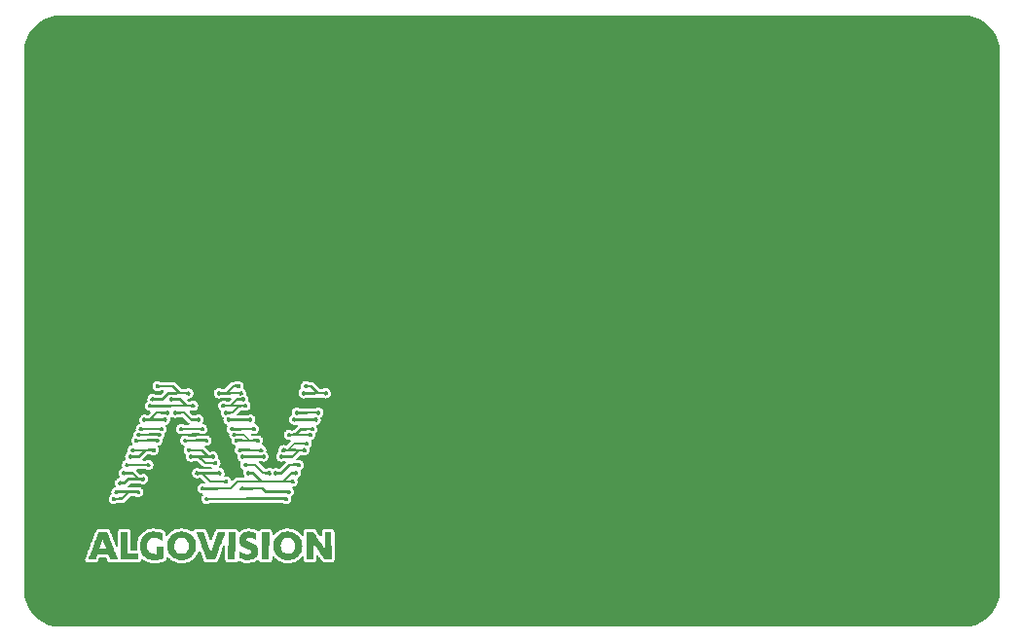
<source format=gtl>
G04*
G04 #@! TF.GenerationSoftware,Altium Limited,Altium Designer,23.8.1 (32)*
G04*
G04 Layer_Physical_Order=1*
G04 Layer_Color=255*
%FSLAX25Y25*%
%MOIN*%
G70*
G04*
G04 #@! TF.SameCoordinates,CE9800D7-1F77-4EEC-8F02-302C35C224A9*
G04*
G04*
G04 #@! TF.FilePolarity,Positive*
G04*
G01*
G75*
G36*
X325243Y210838D02*
X327096Y210393D01*
X328857Y209664D01*
X330482Y208668D01*
X331931Y207431D01*
X333168Y205981D01*
X334164Y204357D01*
X334893Y202596D01*
X335338Y200743D01*
X335483Y198904D01*
X335471Y198843D01*
Y13657D01*
X335483Y13596D01*
X335338Y11757D01*
X334893Y9904D01*
X334164Y8144D01*
X333168Y6519D01*
X331931Y5070D01*
X330482Y3832D01*
X328857Y2836D01*
X327096Y2107D01*
X325243Y1662D01*
X323404Y1517D01*
X323343Y1529D01*
X13657D01*
X13596Y1517D01*
X11757Y1662D01*
X9904Y2107D01*
X8144Y2836D01*
X6519Y3832D01*
X5070Y5070D01*
X3832Y6519D01*
X2836Y8144D01*
X2107Y9904D01*
X1662Y11757D01*
X1517Y13596D01*
X1529Y13657D01*
X1529Y198344D01*
X1529Y198843D01*
X1551Y199334D01*
X1662Y200743D01*
X2107Y202596D01*
X2836Y204357D01*
X3832Y205981D01*
X5070Y207431D01*
X6519Y208668D01*
X8144Y209664D01*
X9904Y210393D01*
X11757Y210838D01*
X13596Y210983D01*
X13657Y210971D01*
X323343D01*
X323404Y210983D01*
X325243Y210838D01*
D02*
G37*
%LPC*%
G36*
X74809Y85786D02*
X74741Y85772D01*
X74672Y85776D01*
X74548Y85731D01*
X74420Y85704D01*
X74014Y85530D01*
X73989Y85513D01*
X73960Y85505D01*
X73869Y85460D01*
X72830Y85439D01*
X72645Y85398D01*
X72460Y85361D01*
X72451Y85355D01*
X72441Y85353D01*
X72286Y85245D01*
X72129Y85140D01*
X69938Y82948D01*
X69121Y82966D01*
X69051Y83013D01*
X68948Y83102D01*
X68887Y83122D01*
X68834Y83158D01*
X68700Y83184D01*
X68570Y83227D01*
X68106Y83285D01*
X68049Y83281D01*
X67992Y83293D01*
X67852Y83267D01*
X67709Y83257D01*
X67658Y83231D01*
X67601Y83220D01*
X67311Y83104D01*
X67275Y83081D01*
X67234Y83070D01*
X67118Y83012D01*
X66804Y82768D01*
X66804Y82768D01*
X66732Y82641D01*
X66708Y82618D01*
X66628Y82499D01*
X66536Y82389D01*
X66519Y82334D01*
X66487Y82287D01*
X66459Y82146D01*
X66416Y82010D01*
X66358Y81488D01*
X66362Y81437D01*
X66351Y81388D01*
X66379Y81240D01*
X66392Y81091D01*
X66415Y81046D01*
X66424Y80996D01*
X66540Y80707D01*
X66579Y80648D01*
X66601Y80581D01*
X66686Y80482D01*
X66757Y80373D01*
X66815Y80333D01*
X66861Y80280D01*
X67122Y80077D01*
X67212Y80032D01*
X67292Y79970D01*
X67408Y79912D01*
X67478Y79893D01*
X67541Y79857D01*
X67715Y79799D01*
X67804Y79788D01*
X67888Y79758D01*
X67999Y79763D01*
X68110Y79749D01*
X68196Y79773D01*
X68285Y79777D01*
X68749Y79893D01*
X68818Y79925D01*
X68892Y79940D01*
X68996Y80010D01*
X69060Y80040D01*
X72143Y80068D01*
X72336Y79607D01*
X71427Y78698D01*
X70637Y78670D01*
X70576Y78711D01*
X70491Y78790D01*
X70412Y78820D01*
X70341Y78867D01*
X70227Y78890D01*
X70119Y78931D01*
X69771Y78989D01*
X69680Y78986D01*
X69591Y79003D01*
X69483Y78980D01*
X69373Y78976D01*
X69291Y78939D01*
X69202Y78920D01*
X68796Y78746D01*
X68759Y78721D01*
X68716Y78708D01*
X68596Y78609D01*
X68468Y78521D01*
X68443Y78483D01*
X68408Y78455D01*
X68147Y78136D01*
X68116Y78078D01*
X68072Y78030D01*
X68024Y77904D01*
X67960Y77785D01*
X67954Y77719D01*
X67931Y77658D01*
X67873Y77310D01*
X67875Y77232D01*
X67859Y77155D01*
X67881Y77035D01*
X67885Y76912D01*
X67918Y76841D01*
X67932Y76764D01*
X68048Y76474D01*
X68071Y76438D01*
X68083Y76397D01*
X68141Y76280D01*
X68158Y76259D01*
X68166Y76232D01*
X68279Y76102D01*
X68384Y75966D01*
X68409Y75953D01*
X68427Y75932D01*
X68687Y75729D01*
X68821Y75554D01*
X68853Y75297D01*
X68795Y74834D01*
X68808Y74647D01*
X68817Y74460D01*
X68875Y74228D01*
X68907Y74159D01*
X68922Y74085D01*
X68992Y73981D01*
X69045Y73868D01*
X69101Y73817D01*
X69143Y73754D01*
X69462Y73435D01*
X69576Y73359D01*
X69679Y73270D01*
X69722Y72920D01*
X69664Y72456D01*
X69673Y72341D01*
X69662Y72227D01*
X69687Y72145D01*
X69693Y72060D01*
X69744Y71956D01*
X69778Y71846D01*
X69981Y71469D01*
X70053Y71383D01*
X70109Y71285D01*
X70178Y71231D01*
X70235Y71163D01*
X70334Y71110D01*
X70351Y71096D01*
X70361Y71087D01*
X70381Y71074D01*
X70423Y71041D01*
X70424Y71040D01*
X70458Y71002D01*
X70579Y70941D01*
X70692Y70866D01*
X70755Y70853D01*
X70814Y70824D01*
X70993Y70775D01*
X71181Y70400D01*
X71200Y70266D01*
X71200Y70238D01*
X71162Y70192D01*
X71122Y70116D01*
X71065Y70051D01*
X71029Y69942D01*
X70976Y69841D01*
X70967Y69755D01*
X70940Y69673D01*
X70882Y69209D01*
X70886Y69152D01*
X70874Y69095D01*
X70900Y68955D01*
X70911Y68812D01*
X70936Y68761D01*
X70947Y68704D01*
X71063Y68414D01*
X71094Y68366D01*
X71111Y68311D01*
X71202Y68200D01*
X71280Y68081D01*
X71327Y68048D01*
X71364Y68004D01*
X71683Y67743D01*
X71691Y67738D01*
X71636Y67296D01*
X71640Y67238D01*
X71628Y67182D01*
X71654Y67041D01*
X71664Y66899D01*
X71690Y66847D01*
X71701Y66791D01*
X71817Y66501D01*
X71840Y66465D01*
X71851Y66423D01*
X71909Y66307D01*
X71909Y66307D01*
X72045Y66132D01*
X72153Y65993D01*
X72153Y65993D01*
X72280Y65921D01*
X72303Y65898D01*
X72394Y65837D01*
X72354Y65677D01*
X72344Y65481D01*
X72334Y65286D01*
X72392Y64880D01*
X72434Y64759D01*
X72459Y64634D01*
X72500Y64573D01*
X72524Y64504D01*
X72609Y64409D01*
X72680Y64303D01*
X72970Y64013D01*
X72981Y64006D01*
X72989Y63995D01*
X73146Y63895D01*
X73301Y63792D01*
X73314Y63789D01*
X73325Y63783D01*
X73702Y63638D01*
X73743Y63630D01*
X73884Y63384D01*
X73933Y63147D01*
X73931Y63106D01*
X73929Y63095D01*
X73876Y63016D01*
X73784Y62907D01*
X73766Y62852D01*
X73735Y62805D01*
X73707Y62664D01*
X73664Y62527D01*
X73606Y62006D01*
X73607Y61985D01*
X73602Y61965D01*
X73624Y61787D01*
X73640Y61609D01*
X73649Y61591D01*
X73651Y61571D01*
X73738Y61310D01*
X73757Y61278D01*
X73764Y61242D01*
X73829Y61144D01*
X73836Y61121D01*
X73868Y61083D01*
X73936Y60964D01*
X73965Y60941D01*
X73985Y60911D01*
X74014Y60882D01*
X74057Y60854D01*
X74089Y60814D01*
X74408Y60553D01*
X74476Y60517D01*
X74525Y60473D01*
X74512Y60448D01*
X74504Y60362D01*
X74477Y60280D01*
X74419Y59816D01*
X74423Y59759D01*
X74411Y59702D01*
X74437Y59562D01*
X74448Y59419D01*
X74473Y59368D01*
X74484Y59311D01*
X74600Y59021D01*
X74631Y58973D01*
X74648Y58918D01*
X74739Y58807D01*
X74817Y58688D01*
X74864Y58655D01*
X74901Y58611D01*
X75220Y58350D01*
X75242Y58338D01*
X75258Y58320D01*
X75417Y58245D01*
X75530Y58094D01*
X75619Y57744D01*
X75619Y57674D01*
X75600Y57576D01*
X75561Y57483D01*
X75503Y57193D01*
X75503Y57021D01*
X75494Y56849D01*
X75523Y56646D01*
X75571Y56510D01*
X75604Y56369D01*
X75749Y56050D01*
X75804Y55973D01*
X75842Y55886D01*
X75919Y55813D01*
X75981Y55727D01*
X76061Y55677D01*
X76130Y55611D01*
X76424Y55424D01*
X76451Y55406D01*
X76455Y55402D01*
X76552Y55251D01*
X76640Y55056D01*
X76645Y54799D01*
X76609Y54736D01*
X76551Y54562D01*
X76539Y54473D01*
X76509Y54389D01*
X76515Y54278D01*
X76501Y54167D01*
X76525Y54081D01*
X76529Y53992D01*
X76587Y53760D01*
X76604Y53724D01*
X76609Y53685D01*
X76667Y53511D01*
X76703Y53448D01*
X76722Y53377D01*
X76780Y53262D01*
X76837Y53189D01*
X76794Y52995D01*
X76604Y52692D01*
X76599Y52688D01*
X74238Y52679D01*
X74045Y52639D01*
X73852Y52601D01*
X73850Y52600D01*
X73848Y52600D01*
X73684Y52489D01*
X73521Y52380D01*
X72799Y51658D01*
X72559Y51663D01*
X72472Y51680D01*
X72260Y51777D01*
X72145Y52067D01*
X72121Y52103D01*
X72110Y52144D01*
X72052Y52260D01*
X71938Y52407D01*
X71808Y52574D01*
X71808Y52574D01*
X71808Y52574D01*
X71681Y52646D01*
X71658Y52670D01*
X71544Y52746D01*
X71441Y52835D01*
X71380Y52855D01*
X71327Y52891D01*
X71193Y52918D01*
X71063Y52961D01*
X70600Y53019D01*
X70413Y53005D01*
X70226Y52996D01*
X70207Y52991D01*
X69969Y53234D01*
X69876Y53424D01*
X70004Y53757D01*
X70023Y53868D01*
X70061Y53973D01*
X70057Y54062D01*
X70072Y54149D01*
X70047Y54259D01*
X70042Y54371D01*
X69984Y54602D01*
X69944Y54687D01*
X69923Y54777D01*
X69778Y55096D01*
X69692Y55215D01*
X69620Y55342D01*
X69577Y55375D01*
X69546Y55419D01*
X69421Y55496D01*
X69377Y55531D01*
X69339Y55569D01*
X69225Y55645D01*
X69122Y55734D01*
X69061Y55755D01*
X69008Y55790D01*
X68874Y55817D01*
X68744Y55860D01*
X68421Y55900D01*
X68253Y56316D01*
X68247Y56416D01*
X68300Y56510D01*
X68324Y56533D01*
X68404Y56653D01*
X68496Y56762D01*
X68513Y56817D01*
X68545Y56864D01*
X68573Y57005D01*
X68616Y57142D01*
X68674Y57664D01*
X68670Y57714D01*
X68680Y57764D01*
X68653Y57911D01*
X68640Y58060D01*
X68617Y58105D01*
X68608Y58155D01*
X68492Y58445D01*
X68488Y58450D01*
X68487Y58456D01*
X68380Y58617D01*
X68275Y58778D01*
X68269Y58782D01*
X68266Y58787D01*
X68092Y58961D01*
X68081Y58968D01*
X68073Y58979D01*
X67916Y59079D01*
X67761Y59182D01*
X67747Y59345D01*
X67804Y59867D01*
X67800Y59917D01*
X67811Y59967D01*
X67783Y60114D01*
X67770Y60263D01*
X67747Y60308D01*
X67738Y60358D01*
X67622Y60648D01*
X67590Y60696D01*
X67574Y60751D01*
X67483Y60862D01*
X67405Y60982D01*
X67357Y61014D01*
X67321Y61059D01*
X67002Y61320D01*
X66934Y61356D01*
X66876Y61408D01*
X66760Y61449D01*
X66651Y61506D01*
X66574Y61514D01*
X66501Y61540D01*
X66095Y61598D01*
X66028Y61594D01*
X65963Y61608D01*
X65831Y61583D01*
X65697Y61576D01*
X65637Y61547D01*
X65572Y61535D01*
X65282Y61419D01*
X65277Y61416D01*
X65270Y61414D01*
X65144Y61330D01*
X63366Y63107D01*
X63289Y63158D01*
X63206Y63215D01*
X63199Y63229D01*
X63442Y63658D01*
X63528Y63636D01*
X63674Y63600D01*
X63724Y63598D01*
X63771Y63581D01*
X63921Y63588D01*
X64071Y63581D01*
X64118Y63598D01*
X64168Y63600D01*
X64400Y63658D01*
X64521Y63715D01*
X64648Y63756D01*
X64909Y63901D01*
X64990Y63969D01*
X65082Y64022D01*
X65140Y64097D01*
X65213Y64158D01*
X65261Y64252D01*
X65270Y64265D01*
X65309Y64303D01*
X65364Y64386D01*
X65435Y64457D01*
X65474Y64550D01*
X65530Y64634D01*
X65549Y64732D01*
X65588Y64824D01*
X65646Y65114D01*
X65646Y65286D01*
X65655Y65458D01*
X65597Y65864D01*
X65555Y65985D01*
X65530Y66110D01*
X65489Y66171D01*
X65465Y66239D01*
X65380Y66334D01*
X65309Y66441D01*
X64990Y66760D01*
X64871Y66839D01*
X64761Y66932D01*
X64706Y66949D01*
X64659Y66981D01*
X64518Y67009D01*
X64381Y67052D01*
X63860Y67110D01*
X63752Y67101D01*
X63644Y67111D01*
X63556Y67084D01*
X63463Y67076D01*
X63367Y67026D01*
X63264Y66994D01*
X62894Y66795D01*
X57668Y66770D01*
X57565Y66839D01*
X57455Y66932D01*
X57401Y66949D01*
X57353Y66981D01*
X57213Y67009D01*
X57076Y67052D01*
X56554Y67110D01*
X56503Y67106D01*
X56454Y67116D01*
X56307Y67089D01*
X56158Y67076D01*
X56112Y67053D01*
X56063Y67043D01*
X55773Y66927D01*
X55768Y66924D01*
X55761Y66923D01*
X55601Y66816D01*
X55439Y66710D01*
X55436Y66705D01*
X55431Y66702D01*
X55344Y66615D01*
X55253Y66479D01*
X55208Y66421D01*
X55199Y66412D01*
X55185Y66392D01*
X55152Y66350D01*
X55152Y66349D01*
X55113Y66315D01*
X55053Y66194D01*
X54978Y66081D01*
X54965Y66017D01*
X54936Y65959D01*
X54849Y65640D01*
X54843Y65562D01*
X54820Y65488D01*
X54830Y65366D01*
X54821Y65243D01*
X54846Y65169D01*
X54852Y65092D01*
X54968Y64686D01*
X54995Y64634D01*
X55006Y64576D01*
X55085Y64458D01*
X55150Y64332D01*
X55195Y64294D01*
X55228Y64245D01*
X55372Y64100D01*
X55443Y64053D01*
X55501Y63991D01*
X55704Y63846D01*
X55867Y63773D01*
X56028Y63692D01*
X56203Y63645D01*
X56213Y63635D01*
X56312Y63484D01*
X56402Y63264D01*
X56404Y63250D01*
X56409Y63100D01*
X56387Y63078D01*
X56323Y62981D01*
X56243Y62897D01*
X56213Y62817D01*
X56166Y62747D01*
X56143Y62633D01*
X56102Y62524D01*
X56044Y62177D01*
X56045Y62168D01*
X56042Y62159D01*
X56051Y61969D01*
X56057Y61779D01*
X56061Y61771D01*
X56061Y61762D01*
X56119Y61530D01*
X56176Y61409D01*
X56217Y61282D01*
X56362Y61021D01*
X56430Y60940D01*
X56483Y60848D01*
X56558Y60790D01*
X56619Y60717D01*
X56944Y60448D01*
X56935Y60362D01*
X56908Y60280D01*
X56850Y59816D01*
X56854Y59759D01*
X56842Y59702D01*
X56868Y59562D01*
X56879Y59419D01*
X56905Y59368D01*
X56915Y59311D01*
X57031Y59021D01*
X57063Y58973D01*
X57079Y58918D01*
X57170Y58807D01*
X57248Y58688D01*
X57296Y58655D01*
X57332Y58611D01*
X57651Y58350D01*
X57673Y58338D01*
X57690Y58320D01*
X57848Y58245D01*
X58002Y58163D01*
X58027Y58160D01*
X58049Y58150D01*
X58281Y58092D01*
X58478Y58082D01*
X58673Y58072D01*
X59079Y58129D01*
X59199Y58172D01*
X59325Y58197D01*
X59385Y58237D01*
X59454Y58262D01*
X59549Y58347D01*
X59572Y58362D01*
X60843Y58397D01*
X61180Y58060D01*
X61225Y58003D01*
X61316Y57867D01*
X62620Y56562D01*
X62763Y56467D01*
X62899Y56364D01*
X62927Y56357D01*
X62951Y56341D01*
X63119Y56308D01*
X63285Y56265D01*
X64328Y56207D01*
X64357Y56211D01*
X64385Y56206D01*
X65588D01*
X65742Y56104D01*
X65753Y56086D01*
X65478Y55588D01*
X61649Y55605D01*
X61610Y55637D01*
X61541Y55674D01*
X61483Y55725D01*
X61367Y55766D01*
X61259Y55824D01*
X61181Y55832D01*
X61108Y55857D01*
X60702Y55915D01*
X60636Y55912D01*
X60571Y55926D01*
X60439Y55901D01*
X60305Y55894D01*
X60245Y55865D01*
X60179Y55853D01*
X59890Y55737D01*
X59854Y55713D01*
X59812Y55702D01*
X59696Y55644D01*
X59607Y55575D01*
X59508Y55522D01*
X59452Y55454D01*
X59382Y55400D01*
X59326Y55302D01*
X59254Y55216D01*
X59052Y54839D01*
X59026Y54754D01*
X58982Y54678D01*
X58924Y54504D01*
X58908Y54377D01*
X58874Y54254D01*
X58883Y54181D01*
X58874Y54109D01*
X58908Y53986D01*
X58924Y53859D01*
X58982Y53685D01*
X58997Y53658D01*
X59003Y53629D01*
X59119Y53339D01*
X59150Y53290D01*
X59167Y53235D01*
X59258Y53125D01*
X59336Y53005D01*
X59383Y52973D01*
X59420Y52928D01*
X59738Y52667D01*
X59782Y52644D01*
X59817Y52609D01*
X59956Y52551D01*
X60090Y52480D01*
X60139Y52476D01*
X60184Y52457D01*
X60474Y52399D01*
X60517Y52399D01*
X60558Y52386D01*
X60715Y52399D01*
X60872Y52398D01*
X60912Y52415D01*
X60954Y52418D01*
X61360Y52534D01*
X61412Y52561D01*
X61470Y52573D01*
X61588Y52651D01*
X61669Y52693D01*
X61786Y52700D01*
X63529Y50957D01*
X63486Y50826D01*
X63424Y50705D01*
X63250Y50529D01*
X63185Y50542D01*
X63048Y50585D01*
X62526Y50643D01*
X62452Y50637D01*
X62379Y50649D01*
X62256Y50620D01*
X62130Y50609D01*
X62064Y50575D01*
X61992Y50558D01*
X61673Y50413D01*
X61576Y50344D01*
X61470Y50291D01*
X61416Y50229D01*
X61350Y50181D01*
X61287Y50080D01*
X61209Y49991D01*
X60977Y49585D01*
X60945Y49489D01*
X60895Y49401D01*
X60837Y49227D01*
X60821Y49101D01*
X60788Y48977D01*
X60797Y48905D01*
X60788Y48833D01*
X60821Y48709D01*
X60837Y48582D01*
X60883Y48446D01*
X60931Y48252D01*
X60964Y48183D01*
X60979Y48109D01*
X61048Y48005D01*
X61101Y47892D01*
X61158Y47841D01*
X61200Y47778D01*
X61432Y47546D01*
X61443Y47539D01*
X61450Y47528D01*
X61608Y47429D01*
X61762Y47325D01*
X61775Y47322D01*
X61787Y47315D01*
X62164Y47170D01*
X62274Y47151D01*
X62379Y47114D01*
X62468Y47118D01*
X62514Y47110D01*
X62628Y46943D01*
X62725Y46628D01*
X62475Y46379D01*
X62399Y46265D01*
X62310Y46162D01*
X62290Y46101D01*
X62254Y46048D01*
X62228Y45914D01*
X62185Y45784D01*
X62127Y45320D01*
X62131Y45263D01*
X62119Y45206D01*
X62145Y45066D01*
X62155Y44924D01*
X62181Y44872D01*
X62192Y44815D01*
X62308Y44525D01*
X62331Y44489D01*
X62342Y44448D01*
X62400Y44332D01*
X62471Y44240D01*
X62527Y44138D01*
X62592Y44085D01*
X62644Y44018D01*
X62745Y43960D01*
X62835Y43887D01*
X63328Y43626D01*
X63493Y43577D01*
X63655Y43519D01*
X63683Y43520D01*
X63709Y43512D01*
X63880Y43530D01*
X64052Y43538D01*
X64516Y43654D01*
X64585Y43686D01*
X64659Y43701D01*
X64763Y43771D01*
X64829Y43802D01*
X69551Y43856D01*
X90117D01*
X90358Y43711D01*
X90463Y43673D01*
X90561Y43618D01*
X90734Y43560D01*
X90823Y43549D01*
X90907Y43519D01*
X91018Y43524D01*
X91129Y43510D01*
X91215Y43534D01*
X91304Y43538D01*
X91536Y43596D01*
X91620Y43636D01*
X91711Y43657D01*
X92030Y43802D01*
X92149Y43887D01*
X92276Y43960D01*
X92309Y44003D01*
X92353Y44034D01*
X92430Y44159D01*
X92464Y44203D01*
X92503Y44241D01*
X92579Y44355D01*
X92668Y44458D01*
X92688Y44519D01*
X92724Y44572D01*
X92750Y44706D01*
X92793Y44836D01*
X92851Y45300D01*
X92838Y45486D01*
X92829Y45673D01*
X92797Y45940D01*
X92997Y46201D01*
X93048Y46257D01*
X93111Y46299D01*
X93256Y46444D01*
X93326Y46548D01*
X93410Y46641D01*
X93584Y46931D01*
X93621Y47036D01*
X93677Y47133D01*
X93735Y47307D01*
X93746Y47395D01*
X93776Y47479D01*
X93770Y47591D01*
X93784Y47701D01*
X93761Y47787D01*
X93757Y47877D01*
X93699Y48109D01*
X93682Y48144D01*
X93677Y48184D01*
X93619Y48358D01*
X93582Y48421D01*
X93563Y48491D01*
X93505Y48607D01*
X93488Y48629D01*
X93480Y48655D01*
X93367Y48785D01*
X93261Y48921D01*
X93264Y48994D01*
X93296Y49121D01*
X93526Y49491D01*
X93650Y49535D01*
X93778Y49562D01*
X94184Y49736D01*
X94221Y49762D01*
X94264Y49775D01*
X94384Y49874D01*
X94512Y49961D01*
X94536Y49999D01*
X94571Y50028D01*
X94832Y50347D01*
X94855Y50390D01*
X94890Y50425D01*
X94948Y50564D01*
X95019Y50698D01*
X95024Y50747D01*
X95043Y50792D01*
X95101Y51082D01*
X95101Y51125D01*
X95114Y51166D01*
X95101Y51323D01*
X95101Y51480D01*
X95085Y51520D01*
X95081Y51562D01*
X94965Y51968D01*
X94958Y51983D01*
X95044Y52391D01*
X95175Y52570D01*
X95183Y52577D01*
X95300Y52612D01*
X95361Y52662D01*
X95433Y52695D01*
X95514Y52785D01*
X95609Y52862D01*
X95899Y53210D01*
X95908Y53226D01*
X95922Y53238D01*
X96003Y53400D01*
X96089Y53559D01*
X96091Y53578D01*
X96099Y53594D01*
X96186Y53913D01*
X96192Y53991D01*
X96215Y54065D01*
X96205Y54187D01*
X96214Y54310D01*
X96189Y54384D01*
X96183Y54461D01*
X96087Y54798D01*
X96074Y54890D01*
X96162Y55185D01*
X96305Y55407D01*
X96306Y55408D01*
X96318Y55414D01*
X96478Y55521D01*
X96640Y55626D01*
X96643Y55631D01*
X96648Y55635D01*
X96735Y55722D01*
X96782Y55792D01*
X96844Y55850D01*
X96989Y56053D01*
X97063Y56217D01*
X97143Y56377D01*
X97230Y56696D01*
X97235Y56774D01*
X97259Y56848D01*
X97249Y56971D01*
X97258Y57093D01*
X97233Y57167D01*
X97227Y57244D01*
X97111Y57650D01*
X97084Y57703D01*
X97072Y57761D01*
X96994Y57878D01*
X96929Y58004D01*
X96884Y58042D01*
X96851Y58091D01*
X96706Y58236D01*
X96602Y58306D01*
X96510Y58390D01*
X96220Y58564D01*
X96115Y58601D01*
X96018Y58657D01*
X95844Y58714D01*
X95739Y58728D01*
X95638Y58760D01*
X95543Y58752D01*
X95449Y58764D01*
X95347Y58736D01*
X95241Y58728D01*
X94836Y58612D01*
X94783Y58585D01*
X94725Y58573D01*
X94414Y58966D01*
X94414Y58966D01*
X96049Y60602D01*
X96393Y60593D01*
X96441Y60553D01*
X96510Y60517D01*
X96567Y60465D01*
X96684Y60424D01*
X96793Y60366D01*
X96870Y60359D01*
X96943Y60333D01*
X97349Y60275D01*
X97415Y60278D01*
X97480Y60265D01*
X97612Y60289D01*
X97746Y60296D01*
X97806Y60325D01*
X97872Y60338D01*
X98162Y60453D01*
X98167Y60457D01*
X98173Y60458D01*
X98334Y60565D01*
X98495Y60670D01*
X98498Y60676D01*
X98504Y60679D01*
X98765Y60940D01*
X98844Y61059D01*
X98937Y61169D01*
X98954Y61224D01*
X98986Y61271D01*
X99014Y61412D01*
X99057Y61548D01*
X99115Y62070D01*
X99111Y62121D01*
X99121Y62170D01*
X99094Y62318D01*
X99081Y62467D01*
X99058Y62512D01*
X99048Y62562D01*
X99005Y62671D01*
X99235Y62799D01*
X99316Y62868D01*
X99408Y62920D01*
X99466Y62995D01*
X99538Y63056D01*
X99586Y63151D01*
X99596Y63163D01*
X99634Y63201D01*
X99705Y63308D01*
X99791Y63403D01*
X99815Y63472D01*
X99855Y63532D01*
X99880Y63657D01*
X99923Y63778D01*
X99981Y64184D01*
X99977Y64251D01*
X99991Y64316D01*
X99966Y64447D01*
X99959Y64581D01*
X99930Y64641D01*
X99918Y64707D01*
X99802Y64997D01*
X99799Y65002D01*
X99797Y65008D01*
X99753Y65074D01*
X99753Y65076D01*
X99775Y65284D01*
X99801Y65382D01*
X99944Y65632D01*
X99953Y65636D01*
X100263Y65777D01*
X100359Y65847D01*
X100466Y65899D01*
X100519Y65961D01*
X100586Y66009D01*
X100649Y66110D01*
X100726Y66200D01*
X100958Y66606D01*
X100990Y66701D01*
X101040Y66789D01*
X101098Y66963D01*
X101114Y67090D01*
X101148Y67213D01*
X101139Y67285D01*
X101148Y67357D01*
X101114Y67481D01*
X101098Y67608D01*
X101053Y67743D01*
X101100Y67782D01*
X101220Y67860D01*
X101253Y67908D01*
X101297Y67944D01*
X101558Y68263D01*
X101599Y68340D01*
X101655Y68405D01*
X101691Y68513D01*
X101745Y68614D01*
X101753Y68700D01*
X101781Y68782D01*
X101839Y69246D01*
X101834Y69304D01*
X101846Y69360D01*
X101820Y69501D01*
X101810Y69643D01*
X101784Y69695D01*
X101774Y69751D01*
X101658Y70041D01*
X101626Y70090D01*
X101609Y70144D01*
X101543Y70225D01*
X101569Y70430D01*
X101641Y70644D01*
X101720Y70750D01*
X101739Y70771D01*
X101756Y70774D01*
X102046Y70890D01*
X102082Y70914D01*
X102124Y70925D01*
X102240Y70983D01*
X102261Y71000D01*
X102288Y71009D01*
X102418Y71121D01*
X102554Y71227D01*
X102568Y71251D01*
X102588Y71269D01*
X102791Y71530D01*
X102808Y71563D01*
X102834Y71588D01*
X102896Y71739D01*
X102970Y71886D01*
X102972Y71922D01*
X102986Y71956D01*
X103044Y72246D01*
X103044Y72418D01*
X103054Y72590D01*
X102996Y72996D01*
X102953Y73116D01*
X102933Y73218D01*
X103031Y73284D01*
X103144Y73337D01*
X103195Y73393D01*
X103258Y73435D01*
X103577Y73754D01*
X103657Y73874D01*
X103749Y73983D01*
X103767Y74038D01*
X103798Y74085D01*
X103826Y74226D01*
X103870Y74362D01*
X103928Y74884D01*
X103912Y75064D01*
X103903Y75244D01*
X103845Y75476D01*
X103813Y75545D01*
X103798Y75619D01*
X103729Y75723D01*
X103675Y75836D01*
X103619Y75887D01*
X103577Y75950D01*
X103432Y76095D01*
X103362Y76142D01*
X103304Y76204D01*
X103101Y76349D01*
X102937Y76422D01*
X102777Y76503D01*
X102458Y76590D01*
X102380Y76595D01*
X102306Y76619D01*
X102183Y76609D01*
X102061Y76617D01*
X101987Y76592D01*
X101909Y76586D01*
X101504Y76470D01*
X101451Y76443D01*
X101393Y76432D01*
X101276Y76353D01*
X101202Y76315D01*
X100481Y76278D01*
X95779D01*
X95679Y76349D01*
X95516Y76422D01*
X95355Y76503D01*
X95036Y76590D01*
X94958Y76595D01*
X94884Y76619D01*
X94762Y76609D01*
X94639Y76617D01*
X94565Y76592D01*
X94488Y76586D01*
X94082Y76470D01*
X94029Y76443D01*
X93972Y76432D01*
X93854Y76353D01*
X93728Y76288D01*
X93690Y76244D01*
X93641Y76211D01*
X93380Y75950D01*
X93300Y75831D01*
X93208Y75721D01*
X93191Y75666D01*
X93159Y75619D01*
X93131Y75478D01*
X93088Y75341D01*
X93030Y74820D01*
X93045Y74640D01*
X93054Y74460D01*
X93112Y74228D01*
X92988Y73999D01*
X92889Y73914D01*
X92780Y73842D01*
X92740Y73784D01*
X92687Y73738D01*
X92484Y73478D01*
X92439Y73387D01*
X92377Y73308D01*
X92319Y73192D01*
X92300Y73121D01*
X92264Y73058D01*
X92206Y72884D01*
X92195Y72796D01*
X92165Y72712D01*
X92170Y72600D01*
X92156Y72490D01*
X92180Y72404D01*
X92184Y72314D01*
X92242Y72083D01*
X92272Y72019D01*
X92285Y71951D01*
X92400Y71661D01*
X92432Y71613D01*
X92449Y71558D01*
X92540Y71447D01*
X92617Y71328D01*
X92665Y71295D01*
X92702Y71251D01*
X93020Y70990D01*
X93078Y70959D01*
X93126Y70914D01*
X93252Y70866D01*
X93371Y70803D01*
X93437Y70797D01*
X93498Y70773D01*
X93846Y70715D01*
X93925Y70718D01*
X94002Y70701D01*
X94122Y70724D01*
X94244Y70728D01*
X94315Y70760D01*
X94393Y70774D01*
X94683Y70890D01*
X94718Y70914D01*
X94760Y70925D01*
X94876Y70983D01*
X95331Y70900D01*
X95322Y70355D01*
X93749Y68781D01*
X93091Y68755D01*
X93080Y68762D01*
X92926Y68865D01*
X92913Y68868D01*
X92901Y68875D01*
X92524Y69020D01*
X92398Y69042D01*
X92275Y69081D01*
X92203Y69075D01*
X92133Y69087D01*
X92007Y69059D01*
X91878Y69048D01*
X91473Y68932D01*
X91420Y68906D01*
X91362Y68894D01*
X91245Y68815D01*
X91119Y68751D01*
X91081Y68706D01*
X91032Y68673D01*
X90713Y68354D01*
X90637Y68240D01*
X90547Y68137D01*
X90527Y68076D01*
X90492Y68023D01*
X90465Y67889D01*
X90422Y67760D01*
X90364Y67296D01*
X90368Y67238D01*
X90356Y67182D01*
X90382Y67041D01*
X90393Y66899D01*
X90418Y66847D01*
X90429Y66791D01*
X90545Y66501D01*
X90548Y66496D01*
X90550Y66489D01*
X90657Y66329D01*
X90762Y66167D01*
X90767Y66164D01*
X90771Y66158D01*
X91032Y65898D01*
X91151Y65818D01*
X91261Y65725D01*
X91315Y65708D01*
X91362Y65676D01*
X91503Y65649D01*
X91640Y65605D01*
X92162Y65547D01*
X92212Y65552D01*
X92262Y65541D01*
X92324Y65553D01*
X92677Y65192D01*
X92691Y65114D01*
X91152Y63575D01*
X91042Y63628D01*
X90887Y63710D01*
X90863Y63712D01*
X90840Y63723D01*
X90608Y63781D01*
X90413Y63790D01*
X90217Y63801D01*
X89811Y63743D01*
X89690Y63701D01*
X89565Y63676D01*
X89504Y63635D01*
X89436Y63611D01*
X89341Y63526D01*
X89234Y63455D01*
X88944Y63165D01*
X88937Y63154D01*
X88926Y63146D01*
X88827Y62989D01*
X88723Y62834D01*
X88721Y62821D01*
X88714Y62810D01*
X88569Y62433D01*
X88547Y62306D01*
X88507Y62183D01*
X88513Y62112D01*
X88501Y62041D01*
X88529Y61915D01*
X88540Y61787D01*
X88654Y61386D01*
X88604Y61371D01*
X88493Y61280D01*
X88373Y61202D01*
X88341Y61155D01*
X88296Y61118D01*
X88035Y60799D01*
X88004Y60741D01*
X87959Y60693D01*
X87912Y60567D01*
X87848Y60448D01*
X87842Y60383D01*
X87819Y60321D01*
X87761Y59973D01*
X87762Y59947D01*
X87754Y59922D01*
X87768Y59749D01*
X87773Y59576D01*
X87784Y59552D01*
X87786Y59526D01*
X87902Y59120D01*
X87952Y59022D01*
X87984Y58918D01*
X88042Y58847D01*
X88084Y58766D01*
X88167Y58695D01*
X88237Y58611D01*
X88556Y58350D01*
X88624Y58313D01*
X88682Y58262D01*
X88798Y58221D01*
X88907Y58163D01*
X88984Y58155D01*
X89057Y58129D01*
X89463Y58072D01*
X89530Y58075D01*
X89595Y58061D01*
X89727Y58086D01*
X89860Y58093D01*
X89920Y58122D01*
X89986Y58134D01*
X90276Y58250D01*
X90312Y58274D01*
X90353Y58285D01*
X90469Y58343D01*
X90489Y58358D01*
X90977Y58367D01*
X91187Y57870D01*
X88905Y55588D01*
X88547Y55597D01*
X88475Y55645D01*
X88372Y55734D01*
X88311Y55755D01*
X88258Y55790D01*
X88124Y55817D01*
X87994Y55860D01*
X87530Y55918D01*
X87473Y55914D01*
X87416Y55926D01*
X87276Y55899D01*
X87134Y55889D01*
X87082Y55863D01*
X87025Y55853D01*
X86735Y55737D01*
X86687Y55705D01*
X86632Y55689D01*
X86522Y55598D01*
X86457Y55556D01*
X86443Y55569D01*
X86330Y55645D01*
X86226Y55734D01*
X86166Y55755D01*
X86113Y55790D01*
X85979Y55817D01*
X85849Y55860D01*
X85385Y55918D01*
X85328Y55914D01*
X85271Y55926D01*
X85131Y55899D01*
X84988Y55889D01*
X84937Y55863D01*
X84880Y55853D01*
X84590Y55737D01*
X84585Y55733D01*
X84579Y55732D01*
X84418Y55625D01*
X84408Y55619D01*
X83979Y55598D01*
X81668Y57909D01*
X81875Y58409D01*
X82347D01*
X82448Y58342D01*
X82551Y58253D01*
X82612Y58232D01*
X82665Y58197D01*
X82799Y58170D01*
X82929Y58127D01*
X83393Y58069D01*
X83450Y58073D01*
X83507Y58061D01*
X83647Y58087D01*
X83789Y58098D01*
X83841Y58124D01*
X83898Y58134D01*
X84188Y58250D01*
X84236Y58281D01*
X84291Y58298D01*
X84401Y58389D01*
X84521Y58467D01*
X84554Y58514D01*
X84598Y58551D01*
X84859Y58870D01*
X84900Y58946D01*
X84956Y59012D01*
X84992Y59120D01*
X85046Y59221D01*
X85054Y59307D01*
X85082Y59389D01*
X85140Y59853D01*
X85136Y59911D01*
X85148Y59967D01*
X85121Y60107D01*
X85111Y60250D01*
X85085Y60301D01*
X85075Y60358D01*
X84959Y60648D01*
X84927Y60696D01*
X84911Y60751D01*
X84820Y60862D01*
X84742Y60982D01*
X84694Y61014D01*
X84658Y61059D01*
X84339Y61320D01*
X84317Y61331D01*
X84300Y61350D01*
X84226Y61384D01*
X84326Y61643D01*
X84348Y61770D01*
X84387Y61892D01*
X84381Y61964D01*
X84393Y62035D01*
X84365Y62161D01*
X84355Y62289D01*
X84239Y62695D01*
X84212Y62747D01*
X84200Y62805D01*
X84122Y62923D01*
X84057Y63049D01*
X84012Y63087D01*
X83979Y63136D01*
X83660Y63455D01*
X83547Y63531D01*
X83443Y63620D01*
X83383Y63640D01*
X83329Y63676D01*
X83195Y63702D01*
X83066Y63745D01*
X83021Y63751D01*
X82808Y64281D01*
X82888Y64378D01*
X82932Y64461D01*
X82992Y64532D01*
X83024Y64635D01*
X83075Y64729D01*
X83084Y64822D01*
X83112Y64911D01*
X83170Y65433D01*
X83165Y65490D01*
X83176Y65546D01*
Y65604D01*
X83169Y65640D01*
X83174Y65676D01*
X83138Y65807D01*
X83136Y65830D01*
X83128Y65844D01*
X83099Y65994D01*
X83078Y66024D01*
X83069Y66060D01*
X83011Y66176D01*
X82910Y66305D01*
X82819Y66441D01*
X82501Y66760D01*
X82387Y66836D01*
X82284Y66925D01*
X82223Y66945D01*
X82170Y66981D01*
X82036Y67007D01*
X81906Y67050D01*
X81442Y67108D01*
X81256Y67095D01*
X81068Y67086D01*
X80837Y67028D01*
X80768Y66996D01*
X80694Y66981D01*
X80590Y66911D01*
X80477Y66858D01*
X80438Y66815D01*
X79290Y66781D01*
X79056Y67015D01*
X79152Y67603D01*
X79165Y67614D01*
X79403Y67584D01*
X79456Y67556D01*
X79533Y67548D01*
X79606Y67523D01*
X80012Y67465D01*
X80079Y67468D01*
X80144Y67454D01*
X80275Y67479D01*
X80409Y67486D01*
X80469Y67515D01*
X80535Y67527D01*
X80825Y67643D01*
X80861Y67667D01*
X80902Y67678D01*
X81018Y67736D01*
X81332Y67980D01*
X81332Y67980D01*
X81404Y68106D01*
X81428Y68130D01*
X81431Y68135D01*
X81437Y68139D01*
X81542Y68300D01*
X81649Y68461D01*
X81650Y68467D01*
X81654Y68472D01*
X81770Y68762D01*
X81782Y68828D01*
X81811Y68888D01*
X81818Y69021D01*
X81842Y69153D01*
X81829Y69218D01*
X81832Y69285D01*
X81774Y69691D01*
X81732Y69811D01*
X81707Y69937D01*
X81666Y69997D01*
X81642Y70066D01*
X81557Y70161D01*
X81486Y70268D01*
X81447Y70306D01*
X81259Y70549D01*
X81133Y70621D01*
X81109Y70644D01*
X80995Y70720D01*
X80892Y70810D01*
X80831Y70830D01*
X80778Y70865D01*
X80644Y70892D01*
X80515Y70935D01*
X80310Y71465D01*
X80394Y71568D01*
X80418Y71612D01*
X80452Y71646D01*
X80510Y71786D01*
X80581Y71919D01*
X80586Y71968D01*
X80605Y72014D01*
X80663Y72304D01*
X80663Y72347D01*
X80676Y72387D01*
X80663Y72544D01*
X80664Y72702D01*
X80647Y72741D01*
X80644Y72784D01*
X80528Y73190D01*
X80478Y73287D01*
X80446Y73392D01*
X80388Y73462D01*
X80346Y73544D01*
X80263Y73614D01*
X80193Y73699D01*
X79874Y73960D01*
X79798Y74000D01*
X79732Y74057D01*
X79624Y74093D01*
X79523Y74147D01*
X79437Y74155D01*
X79355Y74182D01*
X78891Y74240D01*
X78834Y74236D01*
X78777Y74248D01*
X78637Y74222D01*
X78494Y74212D01*
X78443Y74186D01*
X78386Y74175D01*
X78096Y74059D01*
X78091Y74056D01*
X78084Y74054D01*
X77925Y73948D01*
X76257Y73900D01*
X74400D01*
X74208Y74362D01*
X75609Y75763D01*
X76209Y75787D01*
X76283Y75729D01*
X76341Y75700D01*
X76390Y75656D01*
X76518Y75611D01*
X76639Y75550D01*
X76704Y75546D01*
X76765Y75524D01*
X77171Y75466D01*
X77244Y75470D01*
X77315Y75456D01*
X77373D01*
X77520Y75485D01*
X77568Y75488D01*
X77591Y75499D01*
X77752Y75529D01*
X78042Y75645D01*
X78090Y75676D01*
X78145Y75693D01*
X78255Y75784D01*
X78375Y75862D01*
X78408Y75909D01*
X78452Y75946D01*
X78713Y76265D01*
X78749Y76333D01*
X78801Y76391D01*
X78842Y76507D01*
X78900Y76616D01*
X78907Y76693D01*
X78933Y76766D01*
X78991Y77172D01*
X78987Y77239D01*
X79001Y77304D01*
X78977Y77436D01*
X78970Y77569D01*
X78941Y77629D01*
X78929Y77695D01*
X78812Y77985D01*
X78789Y78021D01*
X78778Y78062D01*
X78720Y78178D01*
X78690Y78216D01*
X78673Y78262D01*
X78569Y78373D01*
X78476Y78492D01*
X78466Y78498D01*
X78424Y78527D01*
X78400Y78552D01*
X78197Y78697D01*
X78054Y78781D01*
X78081Y78916D01*
X78124Y79045D01*
X78182Y79509D01*
X78178Y79567D01*
X78190Y79623D01*
X78163Y79764D01*
X78153Y79906D01*
X78127Y79957D01*
X78117Y80014D01*
X78001Y80304D01*
X77969Y80352D01*
X77953Y80408D01*
X77862Y80518D01*
X77784Y80638D01*
X77736Y80670D01*
X77700Y80715D01*
X77381Y80976D01*
X77375Y80979D01*
X77376Y80983D01*
X77434Y81215D01*
X77443Y81395D01*
X77459Y81575D01*
X77430Y81836D01*
X77388Y81967D01*
X77363Y82102D01*
X77247Y82392D01*
X77209Y82450D01*
X77187Y82517D01*
X77101Y82616D01*
X77030Y82725D01*
X76972Y82765D01*
X76926Y82818D01*
X76665Y83021D01*
X76546Y83188D01*
X76556Y83615D01*
X76572Y83662D01*
X76588Y83789D01*
X76622Y83912D01*
X76612Y83984D01*
X76622Y84057D01*
X76588Y84180D01*
X76572Y84307D01*
X76526Y84443D01*
X76478Y84637D01*
X76445Y84706D01*
X76430Y84780D01*
X76361Y84884D01*
X76308Y84997D01*
X76252Y85048D01*
X76209Y85111D01*
X76064Y85256D01*
X75961Y85325D01*
X75868Y85409D01*
X75578Y85583D01*
X75437Y85634D01*
X75301Y85698D01*
X75069Y85756D01*
X74938Y85763D01*
X74809Y85786D01*
D02*
G37*
G36*
X47092Y85784D02*
X47006Y85760D01*
X46917Y85756D01*
X46685Y85698D01*
X46649Y85681D01*
X46610Y85676D01*
X46436Y85618D01*
X46373Y85582D01*
X46302Y85563D01*
X46186Y85505D01*
X46165Y85488D01*
X46138Y85479D01*
X46008Y85367D01*
X45872Y85261D01*
X45858Y85237D01*
X45838Y85219D01*
X45634Y84958D01*
X45601Y84892D01*
X45553Y84836D01*
X45513Y84716D01*
X45456Y84602D01*
X45451Y84529D01*
X45428Y84459D01*
X45370Y83995D01*
X45383Y83808D01*
X45392Y83621D01*
X45450Y83389D01*
X45483Y83320D01*
X45497Y83246D01*
X45567Y83142D01*
X45620Y83029D01*
X45676Y82978D01*
X45718Y82915D01*
X46037Y82596D01*
X46157Y82517D01*
X46266Y82424D01*
X46321Y82407D01*
X46368Y82376D01*
X46509Y82348D01*
X46646Y82304D01*
X47168Y82246D01*
X47218Y82250D01*
X47268Y82240D01*
X47415Y82267D01*
X47564Y82280D01*
X47609Y82304D01*
X47659Y82313D01*
X47949Y82429D01*
X48038Y82487D01*
X48137Y82528D01*
X48145Y82535D01*
X49051Y82547D01*
X49245Y82086D01*
X48080Y80921D01*
X46403Y80941D01*
X46360Y80976D01*
X46284Y81016D01*
X46219Y81073D01*
X46110Y81109D01*
X46009Y81163D01*
X45923Y81171D01*
X45841Y81198D01*
X45377Y81256D01*
X45191Y81243D01*
X45003Y81234D01*
X44772Y81176D01*
X44703Y81143D01*
X44629Y81128D01*
X44525Y81059D01*
X44412Y81006D01*
X44361Y80949D01*
X44298Y80907D01*
X43979Y80589D01*
X43899Y80469D01*
X43807Y80359D01*
X43790Y80305D01*
X43758Y80258D01*
X43730Y80117D01*
X43687Y79980D01*
X43628Y79458D01*
X43633Y79408D01*
X43622Y79358D01*
X43650Y79211D01*
X43663Y79062D01*
X43701Y78809D01*
X43541Y78702D01*
X43379Y78597D01*
X43375Y78592D01*
X43370Y78588D01*
X43109Y78327D01*
X43029Y78208D01*
X42937Y78098D01*
X42920Y78044D01*
X42888Y77996D01*
X42860Y77856D01*
X42817Y77719D01*
X42759Y77197D01*
X42774Y77017D01*
X42783Y76837D01*
X42841Y76605D01*
X42873Y76537D01*
X42888Y76462D01*
X42958Y76358D01*
X43011Y76245D01*
X43067Y76195D01*
X43109Y76131D01*
X43428Y75813D01*
X43511Y75757D01*
X43582Y75686D01*
X43675Y75648D01*
X43759Y75591D01*
X43857Y75572D01*
X43949Y75534D01*
X44239Y75476D01*
X44411Y75476D01*
X44530Y75469D01*
X44629Y75337D01*
X44754Y74985D01*
X43686Y73918D01*
X43635Y73960D01*
X43559Y74000D01*
X43493Y74057D01*
X43385Y74093D01*
X43284Y74147D01*
X43198Y74155D01*
X43116Y74182D01*
X42652Y74240D01*
X42594Y74236D01*
X42538Y74248D01*
X42398Y74222D01*
X42255Y74212D01*
X42204Y74186D01*
X42147Y74175D01*
X41857Y74059D01*
X41809Y74028D01*
X41754Y74011D01*
X41643Y73920D01*
X41524Y73842D01*
X41491Y73795D01*
X41447Y73758D01*
X41186Y73439D01*
X41149Y73371D01*
X41097Y73313D01*
X41056Y73197D01*
X40999Y73088D01*
X40991Y73011D01*
X40965Y72938D01*
X40907Y72532D01*
X40911Y72465D01*
X40897Y72400D01*
X40922Y72268D01*
X40929Y72135D01*
X40958Y72075D01*
X40970Y72009D01*
X41086Y71719D01*
X41109Y71683D01*
X41121Y71642D01*
X41179Y71526D01*
X41216Y71478D01*
X41175Y71222D01*
X41000Y70941D01*
X40887Y70913D01*
X40766Y70856D01*
X40639Y70815D01*
X40378Y70670D01*
X40297Y70601D01*
X40205Y70549D01*
X40147Y70474D01*
X40075Y70412D01*
X40026Y70318D01*
X40017Y70306D01*
X39978Y70268D01*
X39914Y70171D01*
X39834Y70086D01*
X39804Y70007D01*
X39757Y69937D01*
X39734Y69823D01*
X39693Y69714D01*
X39635Y69366D01*
X39636Y69357D01*
X39633Y69349D01*
X39642Y69159D01*
X39648Y68969D01*
X39652Y68960D01*
X39652Y68951D01*
X39693Y68788D01*
X39657Y68771D01*
X39575Y68681D01*
X39481Y68605D01*
X39191Y68257D01*
X39182Y68241D01*
X39168Y68229D01*
X39087Y68067D01*
X39001Y67908D01*
X38999Y67889D01*
X38991Y67873D01*
X38904Y67554D01*
X38898Y67476D01*
X38874Y67402D01*
X38884Y67279D01*
X38876Y67157D01*
X38901Y67083D01*
X38907Y67005D01*
X38952Y66849D01*
X38902Y66816D01*
X38740Y66710D01*
X38737Y66705D01*
X38732Y66702D01*
X38645Y66615D01*
X38554Y66479D01*
X38509Y66421D01*
X38500Y66412D01*
X38486Y66392D01*
X38454Y66350D01*
X38453Y66349D01*
X38414Y66315D01*
X38354Y66194D01*
X38279Y66081D01*
X38266Y66017D01*
X38237Y65959D01*
X38150Y65640D01*
X38144Y65562D01*
X38121Y65488D01*
X38131Y65366D01*
X38122Y65243D01*
X38147Y65169D01*
X38153Y65092D01*
X38269Y64686D01*
X38296Y64634D01*
X38307Y64576D01*
X38386Y64458D01*
X38451Y64332D01*
X38496Y64294D01*
X38499Y64290D01*
X38435Y64009D01*
X38431Y63998D01*
X38296Y63771D01*
X38104Y63723D01*
X37983Y63666D01*
X37856Y63625D01*
X37595Y63480D01*
X37514Y63411D01*
X37422Y63359D01*
X37364Y63284D01*
X37291Y63223D01*
X37243Y63128D01*
X37233Y63116D01*
X37195Y63078D01*
X37130Y62981D01*
X37051Y62897D01*
X37021Y62817D01*
X36974Y62747D01*
X36951Y62633D01*
X36910Y62524D01*
X36852Y62177D01*
X36852Y62168D01*
X36849Y62159D01*
X36859Y61969D01*
X36865Y61779D01*
X36825Y61313D01*
X36705Y61214D01*
X36577Y61127D01*
X36553Y61089D01*
X36518Y61060D01*
X36257Y60741D01*
X36226Y60683D01*
X36181Y60635D01*
X36133Y60509D01*
X36070Y60390D01*
X36064Y60325D01*
X36040Y60263D01*
X35982Y59915D01*
X35985Y59837D01*
X35969Y59760D01*
X35991Y59640D01*
X35995Y59518D01*
X36027Y59446D01*
X36042Y59369D01*
X36132Y59143D01*
X36138Y59112D01*
X36133Y58994D01*
X36082Y58820D01*
X35947Y58598D01*
X35902Y58555D01*
X35887Y58544D01*
X35827Y58520D01*
X35822Y58517D01*
X35815Y58515D01*
X35655Y58408D01*
X35493Y58303D01*
X35490Y58298D01*
X35484Y58294D01*
X35311Y58120D01*
X35303Y58109D01*
X35292Y58102D01*
X35193Y57944D01*
X35089Y57789D01*
X35087Y57776D01*
X35080Y57765D01*
X34935Y57388D01*
X34925Y57329D01*
X34899Y57275D01*
X34891Y57135D01*
X34867Y56996D01*
X34881Y56938D01*
X34877Y56878D01*
X34935Y56472D01*
X34978Y56352D01*
X34980Y56338D01*
X35002Y56226D01*
X34868Y55887D01*
X34722Y55733D01*
X34700Y55725D01*
X34605Y55640D01*
X34499Y55569D01*
X34180Y55250D01*
X34100Y55131D01*
X34008Y55021D01*
X33990Y54967D01*
X33959Y54919D01*
X33931Y54779D01*
X33887Y54642D01*
X33830Y54120D01*
X33834Y54069D01*
X33823Y54020D01*
X33851Y53873D01*
X33863Y53724D01*
X33887Y53679D01*
X33896Y53629D01*
X34012Y53339D01*
X34044Y53290D01*
X34060Y53236D01*
X34151Y53125D01*
X34198Y53053D01*
X34197Y53010D01*
X34177Y52873D01*
X34171Y52855D01*
X34093Y52655D01*
X34000Y52538D01*
X33990Y52536D01*
X33848Y52526D01*
X33796Y52500D01*
X33739Y52490D01*
X33450Y52374D01*
X33401Y52342D01*
X33346Y52326D01*
X33236Y52235D01*
X33116Y52157D01*
X33084Y52109D01*
X33039Y52073D01*
X32778Y51754D01*
X32742Y51685D01*
X32690Y51628D01*
X32649Y51512D01*
X32591Y51403D01*
X32584Y51326D01*
X32558Y51252D01*
X32500Y50846D01*
X32504Y50780D01*
X32490Y50715D01*
X32514Y50583D01*
X32522Y50449D01*
X32550Y50389D01*
X32563Y50324D01*
X32679Y50034D01*
X32682Y50029D01*
X32683Y50022D01*
X32757Y49911D01*
X32759Y49821D01*
X32730Y49697D01*
X32703Y49626D01*
X32593Y49409D01*
X32541Y49362D01*
X32522Y49359D01*
X32232Y49243D01*
X32227Y49239D01*
X32220Y49238D01*
X32060Y49131D01*
X31898Y49026D01*
X31895Y49020D01*
X31890Y49017D01*
X31803Y48930D01*
X31756Y48860D01*
X31694Y48802D01*
X31549Y48599D01*
X31475Y48435D01*
X31395Y48274D01*
X31308Y47956D01*
X31302Y47878D01*
X31279Y47804D01*
X31289Y47681D01*
X31280Y47559D01*
X31305Y47485D01*
X31311Y47407D01*
X31334Y47326D01*
X31293Y46861D01*
X31132Y46754D01*
X30971Y46648D01*
X30967Y46643D01*
X30962Y46640D01*
X30875Y46553D01*
X30806Y46449D01*
X30722Y46356D01*
X30548Y46066D01*
X30510Y45961D01*
X30455Y45864D01*
X30397Y45690D01*
X30386Y45602D01*
X30355Y45518D01*
X30361Y45406D01*
X30347Y45296D01*
X30370Y45210D01*
X30375Y45121D01*
X30491Y44657D01*
X30523Y44588D01*
X30538Y44514D01*
X30607Y44410D01*
X30661Y44297D01*
X30717Y44246D01*
X30759Y44183D01*
X30904Y44038D01*
X31008Y43969D01*
X31100Y43885D01*
X31390Y43711D01*
X31532Y43660D01*
X31668Y43596D01*
X31899Y43538D01*
X32030Y43532D01*
X32159Y43508D01*
X32227Y43522D01*
X32297Y43519D01*
X32420Y43563D01*
X32548Y43590D01*
X32954Y43764D01*
X32979Y43781D01*
X33009Y43789D01*
X33093Y43831D01*
X35001Y43856D01*
X35189Y43896D01*
X35378Y43933D01*
X35383Y43937D01*
X35390Y43938D01*
X35549Y44047D01*
X35709Y44154D01*
X37739Y46184D01*
X39570Y46225D01*
X39798Y46088D01*
X39939Y46038D01*
X40075Y45973D01*
X40307Y45915D01*
X40438Y45909D01*
X40567Y45885D01*
X40635Y45899D01*
X40704Y45896D01*
X40828Y45940D01*
X40956Y45967D01*
X41362Y46141D01*
X41387Y46158D01*
X41416Y46167D01*
X41532Y46224D01*
X41846Y46468D01*
X41918Y46595D01*
X41942Y46618D01*
X41997Y46701D01*
X42068Y46772D01*
X42107Y46865D01*
X42163Y46949D01*
X42182Y47047D01*
X42221Y47139D01*
X42279Y47429D01*
X42279Y47602D01*
X42288Y47774D01*
X42230Y48179D01*
X42188Y48300D01*
X42163Y48425D01*
X42122Y48486D01*
X42098Y48555D01*
X42013Y48650D01*
X41942Y48756D01*
X41623Y49075D01*
X41504Y49155D01*
X41394Y49247D01*
X41340Y49264D01*
X41292Y49296D01*
X41151Y49324D01*
X41015Y49367D01*
X40493Y49425D01*
X40442Y49421D01*
X40393Y49431D01*
X40245Y49404D01*
X40096Y49391D01*
X40051Y49368D01*
X40001Y49359D01*
X39712Y49243D01*
X39706Y49239D01*
X39700Y49238D01*
X39638Y49196D01*
X36857Y49169D01*
X36700Y49645D01*
X36700Y49668D01*
X37727Y50695D01*
X41202Y50671D01*
X41242Y50638D01*
X41311Y50602D01*
X41368Y50550D01*
X41484Y50509D01*
X41593Y50451D01*
X41670Y50444D01*
X41743Y50418D01*
X42149Y50360D01*
X42216Y50363D01*
X42281Y50350D01*
X42413Y50374D01*
X42547Y50381D01*
X42607Y50410D01*
X42672Y50423D01*
X42962Y50538D01*
X43010Y50570D01*
X43066Y50587D01*
X43176Y50678D01*
X43296Y50755D01*
X43328Y50803D01*
X43373Y50839D01*
X43634Y51158D01*
X43674Y51235D01*
X43731Y51300D01*
X43767Y51408D01*
X43821Y51509D01*
X43829Y51595D01*
X43856Y51678D01*
X43914Y52141D01*
X43910Y52199D01*
X43922Y52255D01*
X43896Y52396D01*
X43885Y52538D01*
X43860Y52590D01*
X43849Y52646D01*
X43733Y52936D01*
X43702Y52985D01*
X43685Y53040D01*
X43594Y53150D01*
X43516Y53270D01*
X43469Y53302D01*
X43432Y53347D01*
X43113Y53608D01*
X43055Y53639D01*
X43007Y53684D01*
X42881Y53731D01*
X42762Y53795D01*
X42697Y53801D01*
X42635Y53824D01*
X42287Y53882D01*
X42209Y53880D01*
X42132Y53896D01*
X42012Y53874D01*
X41890Y53870D01*
X41818Y53838D01*
X41741Y53823D01*
X41497Y53725D01*
X41382Y53703D01*
X41255Y53618D01*
X39875Y54997D01*
X40083Y55497D01*
X43000Y55483D01*
X43040Y55450D01*
X43083Y55427D01*
X43118Y55392D01*
X43257Y55335D01*
X43391Y55264D01*
X43440Y55259D01*
X43485Y55240D01*
X43775Y55182D01*
X43882Y55182D01*
X43988Y55162D01*
X44079Y55182D01*
X44173Y55181D01*
X44272Y55222D01*
X44377Y55244D01*
X44783Y55418D01*
X44820Y55444D01*
X44863Y55457D01*
X44983Y55556D01*
X45111Y55643D01*
X45135Y55681D01*
X45170Y55710D01*
X45431Y56029D01*
X45454Y56072D01*
X45489Y56107D01*
X45547Y56247D01*
X45618Y56380D01*
X45623Y56429D01*
X45642Y56475D01*
X45700Y56765D01*
X45700Y56807D01*
X45713Y56848D01*
X45700Y57005D01*
X45700Y57162D01*
X45684Y57202D01*
X45680Y57245D01*
X45564Y57650D01*
X45514Y57748D01*
X45482Y57852D01*
X45424Y57923D01*
X45382Y58004D01*
X45299Y58075D01*
X45230Y58159D01*
X44911Y58420D01*
X44834Y58461D01*
X44769Y58518D01*
X44660Y58554D01*
X44559Y58607D01*
X44473Y58616D01*
X44392Y58643D01*
X43928Y58701D01*
X43870Y58697D01*
X43814Y58709D01*
X43673Y58683D01*
X43531Y58672D01*
X43479Y58647D01*
X43422Y58636D01*
X43133Y58520D01*
X43127Y58517D01*
X43121Y58515D01*
X42964Y58410D01*
X42010Y58388D01*
X41798Y58883D01*
X43481Y60566D01*
X44791Y60601D01*
X44875Y60545D01*
X44979Y60456D01*
X45039Y60436D01*
X45092Y60400D01*
X45226Y60374D01*
X45356Y60330D01*
X45820Y60272D01*
X45878Y60277D01*
X45934Y60265D01*
X46074Y60291D01*
X46217Y60301D01*
X46268Y60327D01*
X46325Y60338D01*
X46615Y60453D01*
X46663Y60485D01*
X46718Y60502D01*
X46829Y60593D01*
X46949Y60670D01*
X46981Y60718D01*
X47025Y60754D01*
X47286Y61073D01*
X47327Y61150D01*
X47384Y61215D01*
X47420Y61323D01*
X47473Y61424D01*
X47482Y61510D01*
X47509Y61593D01*
X47567Y62056D01*
X47563Y62114D01*
X47575Y62170D01*
X47549Y62311D01*
X47538Y62453D01*
X47513Y62505D01*
X47502Y62562D01*
X47386Y62851D01*
X47355Y62900D01*
X47338Y62955D01*
X47247Y63065D01*
X47226Y63098D01*
X47309Y63465D01*
X47374Y63594D01*
X47409Y63635D01*
X47448Y63641D01*
X47610Y63703D01*
X47775Y63756D01*
X48036Y63901D01*
X48117Y63969D01*
X48209Y64022D01*
X48267Y64097D01*
X48340Y64158D01*
X48388Y64252D01*
X48397Y64265D01*
X48436Y64303D01*
X48491Y64386D01*
X48562Y64457D01*
X48601Y64550D01*
X48657Y64634D01*
X48676Y64732D01*
X48715Y64824D01*
X48773Y65114D01*
X48773Y65286D01*
X48782Y65458D01*
X48729Y65828D01*
X48890Y65953D01*
X49036Y66066D01*
X49036Y66066D01*
X49036Y66066D01*
X49108Y66193D01*
X49132Y66216D01*
X49211Y66336D01*
X49304Y66446D01*
X49321Y66500D01*
X49353Y66547D01*
X49381Y66688D01*
X49424Y66825D01*
X49482Y67347D01*
X49478Y67397D01*
X49488Y67447D01*
X49461Y67594D01*
X49448Y67743D01*
X49437Y67763D01*
X49509Y67811D01*
X49799Y68101D01*
X49806Y68112D01*
X49817Y68120D01*
X49916Y68277D01*
X50020Y68432D01*
X50022Y68445D01*
X50029Y68456D01*
X50174Y68833D01*
X50196Y68960D01*
X50235Y69082D01*
X50230Y69154D01*
X50242Y69225D01*
X50213Y69350D01*
X50203Y69479D01*
X50087Y69885D01*
X50060Y69937D01*
X50049Y69995D01*
X49970Y70113D01*
X49905Y70239D01*
X49900Y70362D01*
X49911Y70468D01*
X49911Y70470D01*
X50087Y70773D01*
X50094Y70774D01*
X50384Y70890D01*
X50420Y70914D01*
X50461Y70925D01*
X50577Y70983D01*
X50599Y71000D01*
X50625Y71009D01*
X50755Y71121D01*
X50892Y71227D01*
X50905Y71251D01*
X50926Y71269D01*
X51129Y71530D01*
X51162Y71596D01*
X51210Y71652D01*
X51250Y71772D01*
X51307Y71886D01*
X51313Y71959D01*
X51336Y72029D01*
X51394Y72493D01*
X51380Y72680D01*
X51371Y72867D01*
X51313Y73099D01*
X51415Y73316D01*
X51525Y73407D01*
X51645Y73484D01*
X52128Y73427D01*
X52201Y73367D01*
X52277Y73326D01*
X52342Y73270D01*
X52451Y73234D01*
X52552Y73180D01*
X52638Y73172D01*
X52720Y73145D01*
X53184Y73087D01*
X53299Y73095D01*
X53413Y73084D01*
X53495Y73109D01*
X53581Y73115D01*
X53684Y73167D01*
X53794Y73201D01*
X54169Y73403D01*
X55676Y73421D01*
X57721Y71377D01*
X57875Y71274D01*
X58015Y71175D01*
X58021Y71140D01*
X57742Y70672D01*
X56216Y70657D01*
X56138Y70709D01*
X56053Y70789D01*
X55974Y70819D01*
X55904Y70865D01*
X55790Y70888D01*
X55681Y70929D01*
X55333Y70987D01*
X55324Y70987D01*
X55316Y70990D01*
X55126Y70981D01*
X54936Y70975D01*
X54927Y70971D01*
X54918Y70971D01*
X54686Y70913D01*
X54566Y70856D01*
X54439Y70815D01*
X54178Y70670D01*
X54097Y70601D01*
X54005Y70549D01*
X53947Y70474D01*
X53874Y70412D01*
X53826Y70318D01*
X53816Y70306D01*
X53778Y70268D01*
X53707Y70161D01*
X53622Y70066D01*
X53597Y69997D01*
X53557Y69937D01*
X53532Y69811D01*
X53490Y69691D01*
X53432Y69285D01*
X53435Y69218D01*
X53421Y69153D01*
X53446Y69021D01*
X53453Y68888D01*
X53482Y68828D01*
X53494Y68762D01*
X53610Y68472D01*
X53634Y68436D01*
X53645Y68395D01*
X53703Y68279D01*
X53733Y68241D01*
X53750Y68195D01*
X53854Y68085D01*
X53947Y67965D01*
X53989Y67941D01*
X54022Y67905D01*
X54225Y67760D01*
X54337Y67710D01*
X54439Y67643D01*
X54729Y67527D01*
X54919Y67492D01*
X55108Y67454D01*
X55340D01*
X55391Y67465D01*
X55443Y67460D01*
X55584Y67503D01*
X55730Y67532D01*
X55773Y67561D01*
X55823Y67576D01*
X56193Y67775D01*
X61361Y67800D01*
X61458Y67735D01*
X61562Y67646D01*
X61622Y67625D01*
X61676Y67590D01*
X61809Y67563D01*
X61939Y67520D01*
X62403Y67462D01*
X62461Y67466D01*
X62517Y67454D01*
X62657Y67481D01*
X62800Y67491D01*
X62851Y67517D01*
X62908Y67527D01*
X63198Y67643D01*
X63246Y67675D01*
X63301Y67691D01*
X63412Y67782D01*
X63532Y67860D01*
X63564Y67908D01*
X63608Y67944D01*
X63869Y68263D01*
X63910Y68340D01*
X63967Y68405D01*
X64003Y68513D01*
X64056Y68614D01*
X64065Y68700D01*
X64092Y68782D01*
X64150Y69246D01*
X64146Y69304D01*
X64158Y69360D01*
X64132Y69501D01*
X64121Y69643D01*
X64095Y69695D01*
X64085Y69751D01*
X63969Y70041D01*
X63938Y70090D01*
X63921Y70145D01*
X63830Y70255D01*
X63752Y70375D01*
X63705Y70407D01*
X63668Y70452D01*
X63349Y70713D01*
X63327Y70724D01*
X63310Y70743D01*
X63152Y70818D01*
X62998Y70900D01*
X62973Y70902D01*
X62951Y70913D01*
X62787Y70954D01*
X62664Y71158D01*
X62570Y71478D01*
X62609Y71530D01*
X62626Y71563D01*
X62652Y71588D01*
X62714Y71739D01*
X62788Y71886D01*
X62790Y71922D01*
X62805Y71956D01*
X62862Y72246D01*
X62863Y72418D01*
X62872Y72590D01*
X62814Y72996D01*
X62772Y73116D01*
X62747Y73242D01*
X62706Y73302D01*
X62682Y73371D01*
X62597Y73466D01*
X62526Y73573D01*
X62207Y73892D01*
X62093Y73967D01*
X61990Y74057D01*
X61929Y74077D01*
X61876Y74112D01*
X61742Y74139D01*
X61612Y74182D01*
X61148Y74240D01*
X61091Y74236D01*
X61034Y74248D01*
X60894Y74222D01*
X60752Y74212D01*
X60700Y74186D01*
X60643Y74175D01*
X60353Y74059D01*
X60317Y74036D01*
X60276Y74024D01*
X60160Y73966D01*
X60132Y73944D01*
X59227Y73914D01*
X58073Y75068D01*
X58054Y75170D01*
X58088Y75390D01*
X58224Y75624D01*
X58455Y75650D01*
X58460Y75648D01*
X58544Y75591D01*
X58642Y75572D01*
X58735Y75534D01*
X59025Y75476D01*
X59197Y75476D01*
X59369Y75466D01*
X59775Y75524D01*
X59895Y75567D01*
X60021Y75591D01*
X60081Y75632D01*
X60150Y75656D01*
X60245Y75741D01*
X60351Y75813D01*
X60670Y76131D01*
X60750Y76251D01*
X60842Y76361D01*
X60860Y76415D01*
X60891Y76462D01*
X60919Y76603D01*
X60963Y76740D01*
X61021Y77262D01*
X61016Y77312D01*
X61027Y77362D01*
X60999Y77509D01*
X60987Y77658D01*
X60963Y77703D01*
X60954Y77753D01*
X60838Y78043D01*
X60807Y78091D01*
X60790Y78146D01*
X60699Y78256D01*
X60621Y78376D01*
X60574Y78409D01*
X60537Y78453D01*
X60218Y78714D01*
X60150Y78751D01*
X60092Y78802D01*
X59976Y78843D01*
X59867Y78901D01*
X59790Y78909D01*
X59716Y78934D01*
X59311Y78992D01*
X59244Y78989D01*
X59179Y79003D01*
X59047Y78978D01*
X58913Y78971D01*
X58853Y78942D01*
X58788Y78930D01*
X58498Y78814D01*
X58493Y78810D01*
X58486Y78809D01*
X58326Y78702D01*
X58316Y78695D01*
X57887Y78675D01*
X57269Y79294D01*
X57498Y79771D01*
X57662Y79753D01*
X57736Y79759D01*
X57810Y79747D01*
X57933Y79776D01*
X58059Y79787D01*
X58125Y79821D01*
X58197Y79838D01*
X58516Y79983D01*
X58592Y80038D01*
X58679Y80076D01*
X58753Y80153D01*
X58839Y80215D01*
X58889Y80295D01*
X58954Y80364D01*
X59157Y80683D01*
X59216Y80835D01*
X59286Y80983D01*
X59344Y81215D01*
X59353Y81411D01*
X59364Y81606D01*
X59335Y81809D01*
X59304Y81896D01*
X59293Y81987D01*
X59235Y82161D01*
X59199Y82225D01*
X59180Y82295D01*
X59122Y82411D01*
X59022Y82540D01*
X58931Y82676D01*
X58844Y82763D01*
X58740Y82832D01*
X58647Y82916D01*
X58358Y83090D01*
X58252Y83128D01*
X58155Y83183D01*
X57981Y83241D01*
X57893Y83252D01*
X57809Y83282D01*
X57697Y83277D01*
X57587Y83291D01*
X57501Y83267D01*
X57412Y83263D01*
X57180Y83205D01*
X57096Y83165D01*
X57005Y83144D01*
X56686Y82999D01*
X56643Y82968D01*
X55581Y82952D01*
X53451Y85082D01*
X53291Y85189D01*
X53132Y85299D01*
X53126Y85300D01*
X53121Y85303D01*
X52931Y85341D01*
X52742Y85381D01*
X48111Y85435D01*
X47863Y85583D01*
X47758Y85621D01*
X47660Y85676D01*
X47486Y85734D01*
X47398Y85745D01*
X47314Y85776D01*
X47203Y85770D01*
X47092Y85784D01*
D02*
G37*
G36*
X97942D02*
X97856Y85760D01*
X97768Y85756D01*
X97536Y85698D01*
X97500Y85681D01*
X97460Y85676D01*
X97286Y85618D01*
X97223Y85582D01*
X97153Y85563D01*
X97037Y85505D01*
X97015Y85488D01*
X96989Y85479D01*
X96859Y85367D01*
X96723Y85261D01*
X96709Y85237D01*
X96688Y85219D01*
X96485Y84958D01*
X96452Y84892D01*
X96404Y84836D01*
X96364Y84716D01*
X96307Y84602D01*
X96302Y84529D01*
X96278Y84459D01*
X96220Y83995D01*
X96224Y83937D01*
X96213Y83881D01*
X96239Y83740D01*
X96249Y83598D01*
X96269Y83409D01*
X96199Y83056D01*
X96159Y83023D01*
X96012Y82916D01*
X95994Y82904D01*
X95969Y82888D01*
X95937Y82840D01*
X95892Y82803D01*
X95631Y82485D01*
X95619Y82463D01*
X95601Y82446D01*
X95526Y82288D01*
X95444Y82133D01*
X95442Y82109D01*
X95431Y82086D01*
X95373Y81854D01*
X95363Y81658D01*
X95353Y81463D01*
X95411Y81057D01*
X95453Y80936D01*
X95478Y80811D01*
X95519Y80750D01*
X95543Y80682D01*
X95628Y80586D01*
X95699Y80480D01*
X95902Y80277D01*
X96015Y80202D01*
X96117Y80113D01*
X96523Y79881D01*
X96702Y79821D01*
X96879Y79758D01*
X96890Y79758D01*
X96900Y79755D01*
X97088Y79768D01*
X97276Y79777D01*
X97740Y79893D01*
X97809Y79925D01*
X97883Y79940D01*
X97987Y80010D01*
X98051Y80040D01*
X103749Y80091D01*
X103984Y79950D01*
X104089Y79912D01*
X104186Y79857D01*
X104360Y79799D01*
X104487Y79783D01*
X104610Y79749D01*
X104683Y79758D01*
X104755Y79749D01*
X104878Y79783D01*
X105005Y79799D01*
X105142Y79845D01*
X105336Y79893D01*
X105446Y79945D01*
X105562Y79979D01*
X105624Y80029D01*
X105696Y80063D01*
X105777Y80153D01*
X105872Y80230D01*
X106162Y80577D01*
X106171Y80594D01*
X106185Y80606D01*
X106265Y80768D01*
X106352Y80927D01*
X106354Y80945D01*
X106362Y80962D01*
X106449Y81281D01*
X106455Y81358D01*
X106478Y81433D01*
X106468Y81555D01*
X106477Y81678D01*
X106452Y81752D01*
X106446Y81829D01*
X106330Y82235D01*
X106280Y82332D01*
X106248Y82437D01*
X106190Y82507D01*
X106148Y82589D01*
X106065Y82660D01*
X105995Y82744D01*
X105676Y83005D01*
X105600Y83046D01*
X105535Y83102D01*
X105426Y83138D01*
X105325Y83192D01*
X105239Y83200D01*
X105157Y83227D01*
X104693Y83285D01*
X104507Y83272D01*
X104320Y83263D01*
X104087Y83205D01*
X104019Y83173D01*
X103945Y83158D01*
X103841Y83088D01*
X103728Y83035D01*
X103686Y82989D01*
X102886Y82961D01*
X100765Y85082D01*
X100616Y85182D01*
X100472Y85287D01*
X100452Y85292D01*
X100434Y85303D01*
X100259Y85338D01*
X100085Y85380D01*
X98979Y85424D01*
X98713Y85583D01*
X98608Y85621D01*
X98511Y85676D01*
X98337Y85734D01*
X98249Y85745D01*
X98165Y85776D01*
X98053Y85770D01*
X97942Y85784D01*
D02*
G37*
G36*
X91869Y35168D02*
X91173D01*
X91050Y35144D01*
X90926Y35138D01*
X90745Y35092D01*
X90391Y35042D01*
X90315Y35015D01*
X90235Y35007D01*
X89481Y34775D01*
X89427Y34746D01*
X89367Y34732D01*
X88845Y34500D01*
X88774Y34450D01*
X88694Y34417D01*
X88399Y34220D01*
X88340Y34191D01*
X88210Y34090D01*
X88075Y34000D01*
X88036Y33961D01*
X87979Y33916D01*
X87843Y33826D01*
X87321Y33304D01*
X87295Y33265D01*
X87258Y33236D01*
X86969Y32888D01*
X86945Y32845D01*
X86910Y32811D01*
X86861Y32739D01*
X86362Y32895D01*
X86365Y33942D01*
X86365Y33944D01*
X86365Y33945D01*
X86327Y34137D01*
X86289Y34333D01*
X86288Y34334D01*
X86288Y34336D01*
X86178Y34500D01*
X86069Y34664D01*
X86067Y34665D01*
X86067Y34666D01*
X85980Y34753D01*
X85974Y34757D01*
X85970Y34762D01*
X85809Y34867D01*
X85649Y34974D01*
X85642Y34976D01*
X85637Y34979D01*
X85448Y35014D01*
X85259Y35052D01*
X85252Y35051D01*
X85246Y35052D01*
X82955Y35023D01*
X82770Y34984D01*
X82585Y34948D01*
X82576Y34942D01*
X82566Y34940D01*
X82410Y34833D01*
X82252Y34729D01*
X82247Y34721D01*
X82238Y34715D01*
X82135Y34556D01*
X82098Y34502D01*
X82090Y34495D01*
X82074Y34481D01*
X81805Y34375D01*
X81757Y34366D01*
X81507Y34351D01*
X81453Y34394D01*
X80989Y34625D01*
X80941Y34639D01*
X80899Y34665D01*
X80528Y34808D01*
X80245Y34921D01*
X80137Y34941D01*
X80034Y34980D01*
X79765Y35025D01*
X79667Y35058D01*
X79528Y35075D01*
X79393Y35109D01*
X78175Y35167D01*
X78101Y35156D01*
X78025Y35163D01*
X77446Y35105D01*
X77374Y35083D01*
X77300Y35080D01*
X77068Y35021D01*
X77052Y35014D01*
X77035Y35013D01*
X76629Y34897D01*
X76582Y34873D01*
X76530Y34863D01*
X76241Y34747D01*
X76152Y34689D01*
X76054Y34649D01*
X75759Y34452D01*
X75699Y34422D01*
X75570Y34322D01*
X75434Y34231D01*
X75280Y34077D01*
X75204Y34018D01*
X75137Y34016D01*
X74685Y34181D01*
X74673Y34191D01*
X74673Y34192D01*
X74638Y34382D01*
X74634Y34387D01*
X74633Y34394D01*
X74526Y34554D01*
X74421Y34715D01*
X74416Y34719D01*
X74412Y34724D01*
X74252Y34831D01*
X74093Y34940D01*
X74087Y34942D01*
X74081Y34945D01*
X73892Y34983D01*
X73704Y35023D01*
X71355Y35052D01*
X71351Y35051D01*
X71346Y35052D01*
X71156Y35015D01*
X70964Y34979D01*
X70960Y34977D01*
X70955Y34975D01*
X70825Y34889D01*
X70790Y34906D01*
X70678Y34979D01*
X70613Y34991D01*
X70552Y35020D01*
X70419Y35027D01*
X70287Y35052D01*
X67823Y35023D01*
X67640Y34984D01*
X67456Y34950D01*
X67446Y34943D01*
X67434Y34941D01*
X67279Y34835D01*
X67123Y34733D01*
X67116Y34723D01*
X67106Y34716D01*
X67003Y34559D01*
X66898Y34405D01*
X66811Y34202D01*
X66803Y34164D01*
X66783Y34130D01*
X65662Y30845D01*
X65162Y30844D01*
X64247Y33495D01*
X64244Y33500D01*
X64243Y33506D01*
X63954Y34317D01*
X63946Y34329D01*
X63944Y34343D01*
X63845Y34499D01*
X63749Y34659D01*
X63738Y34667D01*
X63731Y34678D01*
X63579Y34785D01*
X63430Y34896D01*
X63416Y34899D01*
X63405Y34907D01*
X63224Y34947D01*
X63044Y34993D01*
X63030Y34991D01*
X63017Y34994D01*
X60524Y35052D01*
X60512Y35050D01*
X60500Y35052D01*
X60316Y35015D01*
X60132Y34983D01*
X60122Y34977D01*
X60110Y34974D01*
X59954Y34870D01*
X59796Y34770D01*
X59789Y34760D01*
X59779Y34753D01*
X59692Y34666D01*
X59601Y34530D01*
X59501Y34401D01*
X59491Y34366D01*
X59471Y34336D01*
X59461Y34286D01*
X59374Y34193D01*
X59328Y34159D01*
X59299Y34144D01*
X58944Y34066D01*
X58909Y34072D01*
X58898Y34080D01*
X58787Y34173D01*
X57888Y34666D01*
X57815Y34688D01*
X57750Y34728D01*
X57200Y34931D01*
X57145Y34940D01*
X57095Y34964D01*
X56901Y35012D01*
X56764Y35058D01*
X56624Y35075D01*
X56488Y35109D01*
X55212Y35167D01*
X55150Y35157D01*
X55088Y35165D01*
X54334Y35107D01*
X54251Y35084D01*
X54165Y35080D01*
X53469Y34906D01*
X53378Y34862D01*
X53280Y34838D01*
X52178Y34316D01*
X52169Y34310D01*
X52158Y34306D01*
X52043Y34249D01*
X51913Y34148D01*
X51777Y34058D01*
X51739Y34019D01*
X51682Y33974D01*
X51546Y33884D01*
X51373Y33711D01*
X51239Y33615D01*
X51206Y33580D01*
X51164Y33556D01*
X51071Y33436D01*
X50967Y33325D01*
X50954Y33292D01*
X50908Y33246D01*
X50879Y33203D01*
X50840Y33171D01*
X50579Y32852D01*
X50563Y32822D01*
X50538Y32799D01*
X50433Y32651D01*
X50256Y32653D01*
X49957Y32777D01*
X49931Y32793D01*
X49923Y33465D01*
X49893Y33607D01*
X49878Y33752D01*
X49852Y33801D01*
X49841Y33854D01*
X49758Y33974D01*
X49689Y34102D01*
X49647Y34137D01*
X49616Y34182D01*
X49494Y34262D01*
X49381Y34354D01*
X48888Y34615D01*
X48820Y34635D01*
X48759Y34672D01*
X48121Y34904D01*
X48059Y34913D01*
X48002Y34939D01*
X47673Y35015D01*
X47545Y35058D01*
X47400Y35076D01*
X47257Y35109D01*
X45576Y35167D01*
X45487Y35153D01*
X45396Y35158D01*
X44585Y35042D01*
X44519Y35019D01*
X44449Y35013D01*
X44059Y34901D01*
X43844Y34848D01*
X43757Y34807D01*
X43664Y34784D01*
X42910Y34436D01*
X42832Y34380D01*
X42745Y34340D01*
X42404Y34097D01*
X42360Y34075D01*
X42230Y33974D01*
X42094Y33884D01*
X41544Y33333D01*
X41508Y33280D01*
X41460Y33238D01*
X41054Y32716D01*
X41017Y32642D01*
X40964Y32578D01*
X40616Y31940D01*
X40601Y31894D01*
X40574Y31854D01*
X40400Y31448D01*
X40385Y31378D01*
X40353Y31315D01*
X40266Y30996D01*
X40266Y30985D01*
X40261Y30975D01*
X40203Y30743D01*
X40201Y30702D01*
X40186Y30663D01*
X40128Y30315D01*
X40129Y30280D01*
X40119Y30246D01*
X40032Y29347D01*
X40042Y29247D01*
X40033Y29147D01*
X40137Y28105D01*
X39879Y27691D01*
X39773Y27609D01*
X37975Y27628D01*
X37950Y33949D01*
X37911Y34142D01*
X37872Y34336D01*
X37871Y34337D01*
X37871Y34339D01*
X37761Y34502D01*
X37651Y34666D01*
X37564Y34753D01*
X37559Y34757D01*
X37555Y34762D01*
X37394Y34867D01*
X37233Y34974D01*
X37227Y34976D01*
X37222Y34979D01*
X37032Y35014D01*
X36843Y35052D01*
X36837Y35051D01*
X36830Y35052D01*
X34540Y35023D01*
X34355Y34984D01*
X34169Y34948D01*
X34160Y34942D01*
X34151Y34940D01*
X33994Y34833D01*
X33836Y34729D01*
X33831Y34721D01*
X33823Y34715D01*
X33720Y34556D01*
X33613Y34399D01*
X33611Y34390D01*
X33606Y34382D01*
X33571Y34195D01*
X33533Y34010D01*
X33502Y28880D01*
X33001Y28785D01*
X32750Y29414D01*
X32579Y29868D01*
X32574Y29877D01*
X32572Y29888D01*
X32344Y30458D01*
X32174Y30911D01*
X32168Y30921D01*
X32166Y30932D01*
X31938Y31501D01*
X31768Y31955D01*
X31762Y31965D01*
X31760Y31976D01*
X31532Y32545D01*
X31362Y32999D01*
X31356Y33008D01*
X31354Y33020D01*
X31126Y33589D01*
X30956Y34043D01*
X30950Y34052D01*
X30948Y34063D01*
X30832Y34353D01*
X30726Y34516D01*
X30621Y34680D01*
X30618Y34683D01*
X30615Y34686D01*
X30455Y34796D01*
X30296Y34908D01*
X30291Y34909D01*
X30287Y34912D01*
X30097Y34952D01*
X29907Y34994D01*
X27182Y35052D01*
X27011Y35021D01*
X26838Y35000D01*
X26664Y34942D01*
X26617Y34915D01*
X26564Y34903D01*
X26445Y34817D01*
X26318Y34745D01*
X26285Y34702D01*
X26241Y34670D01*
X26164Y34546D01*
X26074Y34430D01*
X26060Y34378D01*
X26032Y34332D01*
X25861Y33879D01*
X25634Y33309D01*
X25632Y33298D01*
X25626Y33289D01*
X25455Y32835D01*
X25112Y31976D01*
X25110Y31965D01*
X25104Y31955D01*
X24934Y31501D01*
X24706Y30932D01*
X24704Y30921D01*
X24698Y30911D01*
X24528Y30458D01*
X24300Y29888D01*
X24298Y29877D01*
X24292Y29868D01*
X24122Y29414D01*
X23894Y28845D01*
X23892Y28834D01*
X23886Y28824D01*
X23716Y28370D01*
X23488Y27801D01*
X23486Y27790D01*
X23480Y27780D01*
X23310Y27327D01*
X23083Y26757D01*
X23080Y26746D01*
X23075Y26737D01*
X22904Y26283D01*
X22677Y25714D01*
X22675Y25707D01*
X22672Y25701D01*
X22534Y25342D01*
X22367Y24954D01*
X22367Y24954D01*
X22367Y24953D01*
X22325Y24753D01*
X22285Y24565D01*
X22285Y24564D01*
X22285Y24564D01*
X22323Y24361D01*
X22358Y24174D01*
X22358Y24173D01*
X22358Y24173D01*
X22473Y23997D01*
X22575Y23840D01*
X22575Y23840D01*
X22575Y23840D01*
X22740Y23727D01*
X22903Y23615D01*
X22903Y23615D01*
X22903Y23615D01*
X23090Y23575D01*
X23292Y23533D01*
X23292Y23533D01*
X23293Y23533D01*
X25815Y23504D01*
X25838Y23508D01*
X25861Y23504D01*
X26033Y23544D01*
X26206Y23577D01*
X26226Y23590D01*
X26248Y23595D01*
X26392Y23698D01*
X26539Y23794D01*
X26553Y23813D01*
X26572Y23827D01*
X26664Y23977D01*
X26764Y24122D01*
X26769Y24145D01*
X26781Y24165D01*
X26955Y24629D01*
X26956Y24634D01*
X26959Y24639D01*
X27182Y25254D01*
X29562Y25290D01*
X29564Y25280D01*
X29825Y24555D01*
X29831Y24545D01*
X29833Y24534D01*
X29977Y24157D01*
X29987Y24141D01*
X29991Y24123D01*
X30094Y23974D01*
X30190Y23821D01*
X30205Y23810D01*
X30216Y23794D01*
X30367Y23696D01*
X30515Y23592D01*
X30533Y23587D01*
X30549Y23577D01*
X30727Y23544D01*
X30903Y23504D01*
X30922Y23507D01*
X30940Y23504D01*
X33578Y23533D01*
X33768Y23573D01*
X33957Y23610D01*
X33962Y23613D01*
X33968Y23615D01*
X34032Y23658D01*
X34099Y23613D01*
X34100Y23613D01*
X34100Y23612D01*
X34295Y23573D01*
X34489Y23533D01*
X34489Y23533D01*
X34490Y23533D01*
X40491Y23504D01*
X40682Y23541D01*
X40873Y23576D01*
X40877Y23578D01*
X40882Y23579D01*
X41044Y23686D01*
X41207Y23792D01*
X41210Y23796D01*
X41214Y23799D01*
X41322Y23960D01*
X41432Y24120D01*
X41434Y24125D01*
X41436Y24128D01*
X41475Y24319D01*
X41504Y24455D01*
X41614Y24541D01*
X42018Y24670D01*
X42421Y24356D01*
X42498Y24318D01*
X42564Y24263D01*
X43318Y23857D01*
X43374Y23840D01*
X43422Y23809D01*
X43712Y23693D01*
X43770Y23682D01*
X43823Y23656D01*
X44142Y23569D01*
X44162Y23567D01*
X44181Y23559D01*
X44510Y23483D01*
X44638Y23440D01*
X44781Y23422D01*
X44922Y23389D01*
X46429Y23331D01*
X46488Y23340D01*
X46547Y23333D01*
X47300Y23391D01*
X47344Y23403D01*
X47390Y23402D01*
X48085Y23517D01*
X48124Y23532D01*
X48165Y23534D01*
X48397Y23592D01*
X48413Y23599D01*
X48430Y23601D01*
X48836Y23717D01*
X48912Y23756D01*
X48996Y23777D01*
X49662Y24096D01*
X49794Y24195D01*
X49933Y24285D01*
X49953Y24314D01*
X49981Y24335D01*
X50065Y24476D01*
X50159Y24612D01*
X50166Y24646D01*
X50184Y24677D01*
X50208Y24840D01*
X50242Y25001D01*
X50245Y25242D01*
X50565Y25390D01*
X50748Y25412D01*
X51314Y24846D01*
X51367Y24811D01*
X51409Y24762D01*
X51930Y24356D01*
X51996Y24324D01*
X52051Y24276D01*
X52456Y24044D01*
X52469Y24040D01*
X52535Y23988D01*
X52767Y23872D01*
X52826Y23856D01*
X52878Y23825D01*
X53603Y23564D01*
X53654Y23556D01*
X53701Y23534D01*
X53895Y23486D01*
X54031Y23440D01*
X54169Y23423D01*
X54303Y23389D01*
X55463Y23331D01*
X55527Y23340D01*
X55592Y23333D01*
X56346Y23391D01*
X56429Y23414D01*
X56515Y23418D01*
X56978Y23534D01*
X57000Y23544D01*
X57024Y23547D01*
X57604Y23721D01*
X57665Y23753D01*
X57733Y23769D01*
X58371Y24059D01*
X58451Y24117D01*
X58542Y24158D01*
X58882Y24401D01*
X58927Y24423D01*
X59056Y24523D01*
X59192Y24614D01*
X59364Y24786D01*
X59498Y24882D01*
X59531Y24918D01*
X59574Y24942D01*
X59667Y25062D01*
X59771Y25172D01*
X59783Y25206D01*
X60003Y25426D01*
X60056Y25505D01*
X60124Y25571D01*
X60501Y26122D01*
X60524Y26175D01*
X60560Y26221D01*
X60821Y26713D01*
X60841Y26779D01*
X60877Y26838D01*
X61080Y27389D01*
X61438Y27498D01*
X61629Y27500D01*
X61737Y27462D01*
X61863Y27127D01*
X62093Y26494D01*
X62096Y26490D01*
X62097Y26485D01*
X62966Y24165D01*
X62978Y24146D01*
X62983Y24124D01*
X63083Y23978D01*
X63176Y23827D01*
X63195Y23814D01*
X63207Y23795D01*
X63355Y23698D01*
X63499Y23595D01*
X63521Y23590D01*
X63540Y23577D01*
X63714Y23545D01*
X63886Y23504D01*
X63909Y23508D01*
X63931Y23504D01*
X66859Y23533D01*
X66867Y23534D01*
X66875Y23533D01*
X67062Y23575D01*
X67249Y23614D01*
X67255Y23619D01*
X67263Y23621D01*
X67419Y23731D01*
X67577Y23839D01*
X67582Y23845D01*
X67588Y23850D01*
X67690Y24011D01*
X67795Y24171D01*
X67796Y24179D01*
X67801Y24186D01*
X67946Y24563D01*
X67946Y24567D01*
X67949Y24571D01*
X68123Y25035D01*
X68124Y25040D01*
X68126Y25045D01*
X68356Y25677D01*
X69051Y27528D01*
X69051Y27533D01*
X69054Y27538D01*
X69284Y28171D01*
X69810Y29572D01*
X70309Y29480D01*
X70294Y24555D01*
X70332Y24364D01*
X70367Y24174D01*
X70370Y24170D01*
X70371Y24165D01*
X70478Y24004D01*
X70584Y23840D01*
X70588Y23837D01*
X70591Y23833D01*
X70751Y23725D01*
X70912Y23615D01*
X70917Y23614D01*
X70921Y23611D01*
X71112Y23573D01*
X71301Y23533D01*
X73650Y23504D01*
X73653Y23504D01*
X73657Y23504D01*
X73849Y23541D01*
X74041Y23577D01*
X74044Y23579D01*
X74047Y23579D01*
X74211Y23687D01*
X74374Y23794D01*
X74376Y23797D01*
X74379Y23799D01*
X74756Y24072D01*
X75059Y23975D01*
X75265Y23872D01*
X75322Y23857D01*
X75372Y23826D01*
X76010Y23594D01*
X76072Y23584D01*
X76129Y23559D01*
X76459Y23483D01*
X76587Y23440D01*
X76728Y23422D01*
X76867Y23389D01*
X78258Y23331D01*
X78351Y23345D01*
X78445Y23340D01*
X79257Y23456D01*
X79329Y23481D01*
X79405Y23489D01*
X79985Y23663D01*
X80026Y23684D01*
X80071Y23693D01*
X80361Y23809D01*
X80421Y23847D01*
X80488Y23870D01*
X80869Y24088D01*
X80960Y24133D01*
X81089Y24233D01*
X81225Y24324D01*
X81263Y24363D01*
X81321Y24407D01*
X81402Y24461D01*
X81717Y24406D01*
X81944Y24278D01*
X81964Y24173D01*
X81967Y24168D01*
X81968Y24162D01*
X82076Y24001D01*
X82181Y23840D01*
X82186Y23836D01*
X82189Y23831D01*
X82350Y23724D01*
X82509Y23615D01*
X82515Y23614D01*
X82520Y23610D01*
X82709Y23573D01*
X82898Y23533D01*
X85304Y23504D01*
X85309Y23505D01*
X85313Y23504D01*
X85504Y23541D01*
X85695Y23577D01*
X85699Y23579D01*
X85704Y23580D01*
X85866Y23688D01*
X86029Y23794D01*
X86031Y23798D01*
X86035Y23800D01*
X86144Y23962D01*
X86254Y24122D01*
X86255Y24126D01*
X86257Y24130D01*
X86296Y24321D01*
X86336Y24511D01*
X86335Y24516D01*
X86336Y24520D01*
X86340Y25641D01*
X86376Y25663D01*
X86840Y25782D01*
X86853Y25765D01*
X86944Y25629D01*
X86982Y25590D01*
X87027Y25533D01*
X87118Y25397D01*
X87640Y24875D01*
X87682Y24847D01*
X87715Y24807D01*
X88034Y24546D01*
X88134Y24493D01*
X88152Y24479D01*
X88161Y24469D01*
X88181Y24456D01*
X88224Y24423D01*
X88251Y24409D01*
X88265Y24400D01*
X88358Y24316D01*
X88938Y23968D01*
X89015Y23940D01*
X89084Y23896D01*
X89374Y23779D01*
X89388Y23777D01*
X89400Y23769D01*
X89951Y23567D01*
X90005Y23558D01*
X90056Y23534D01*
X90250Y23486D01*
X90386Y23440D01*
X90524Y23423D01*
X90658Y23389D01*
X91818Y23331D01*
X91882Y23340D01*
X91947Y23333D01*
X92701Y23391D01*
X92784Y23414D01*
X92870Y23418D01*
X93334Y23534D01*
X93355Y23544D01*
X93379Y23547D01*
X93959Y23721D01*
X94020Y23753D01*
X94088Y23769D01*
X94726Y24059D01*
X94806Y24117D01*
X94897Y24158D01*
X95237Y24401D01*
X95282Y24423D01*
X95411Y24523D01*
X95547Y24614D01*
X95701Y24769D01*
X95759Y24813D01*
X95895Y24904D01*
X96156Y25165D01*
X96246Y25301D01*
X96291Y25358D01*
X96358Y25426D01*
X96412Y25506D01*
X96481Y25574D01*
X96644Y25814D01*
X97144Y25659D01*
X97140Y24555D01*
X97177Y24364D01*
X97213Y24174D01*
X97215Y24170D01*
X97216Y24165D01*
X97324Y24003D01*
X97430Y23841D01*
X97434Y23838D01*
X97436Y23833D01*
X97597Y23725D01*
X97758Y23615D01*
X97763Y23614D01*
X97767Y23611D01*
X97957Y23573D01*
X98147Y23533D01*
X100437Y23504D01*
X100438Y23504D01*
X100439Y23504D01*
X100632Y23540D01*
X100828Y23576D01*
X100829Y23577D01*
X100830Y23577D01*
X100995Y23685D01*
X101162Y23793D01*
X101162Y23794D01*
X101163Y23795D01*
X101274Y23956D01*
X101387Y24121D01*
X101387Y24122D01*
X101388Y24123D01*
X101428Y24314D01*
X101470Y24510D01*
X101469Y24511D01*
X101470Y24513D01*
X101485Y26026D01*
X101987Y26184D01*
X102038Y26112D01*
X102060Y26068D01*
X102161Y25939D01*
X102251Y25803D01*
X102285Y25769D01*
X102316Y25699D01*
X102560Y25358D01*
X102582Y25314D01*
X102682Y25185D01*
X102773Y25049D01*
X102807Y25015D01*
X102838Y24945D01*
X103372Y24199D01*
X103394Y24154D01*
X103494Y24025D01*
X103585Y23889D01*
X103672Y23802D01*
X103677Y23799D01*
X103681Y23793D01*
X103842Y23688D01*
X104003Y23581D01*
X104009Y23580D01*
X104015Y23576D01*
X104204Y23541D01*
X104393Y23504D01*
X104399Y23505D01*
X104406Y23504D01*
X106696Y23533D01*
X106887Y23573D01*
X107076Y23611D01*
X107080Y23614D01*
X107085Y23615D01*
X107246Y23726D01*
X107406Y23833D01*
X107409Y23838D01*
X107413Y23841D01*
X107519Y24004D01*
X107626Y24165D01*
X107627Y24170D01*
X107630Y24174D01*
X107665Y24364D01*
X107703Y24555D01*
X107674Y33977D01*
X107637Y34159D01*
X107606Y34340D01*
X107598Y34353D01*
X107595Y34367D01*
X107492Y34521D01*
X107393Y34677D01*
X107381Y34685D01*
X107373Y34698D01*
X107219Y34800D01*
X107068Y34906D01*
X107054Y34909D01*
X107041Y34918D01*
X106860Y34953D01*
X106680Y34994D01*
X104419Y35052D01*
X104409Y35050D01*
X104400Y35052D01*
X104214Y35016D01*
X104027Y34984D01*
X104019Y34979D01*
X104009Y34977D01*
X103851Y34873D01*
X103691Y34772D01*
X103685Y34764D01*
X103677Y34758D01*
X103570Y34602D01*
X103461Y34447D01*
X103459Y34437D01*
X103454Y34429D01*
X103415Y34243D01*
X103374Y34058D01*
X103375Y34049D01*
X103373Y34040D01*
X103363Y32523D01*
X102861Y32364D01*
X102805Y32444D01*
X102782Y32488D01*
X102733Y32551D01*
X102700Y32625D01*
X102440Y32989D01*
X102234Y33350D01*
X102200Y33389D01*
X102178Y33436D01*
X101935Y33777D01*
X101913Y33821D01*
X101864Y33885D01*
X101830Y33958D01*
X101587Y34299D01*
X101565Y34343D01*
X101465Y34473D01*
X101374Y34608D01*
X101287Y34695D01*
X101132Y34799D01*
X100979Y34907D01*
X100967Y34909D01*
X100956Y34916D01*
X100773Y34953D01*
X100591Y34994D01*
X98213Y35052D01*
X98203Y35050D01*
X98192Y35052D01*
X98007Y35016D01*
X97822Y34984D01*
X97812Y34978D01*
X97801Y34975D01*
X97645Y34872D01*
X97486Y34771D01*
X97479Y34762D01*
X97470Y34756D01*
X97365Y34600D01*
X97256Y34445D01*
X97254Y34435D01*
X97248Y34425D01*
X97211Y34241D01*
X97169Y34057D01*
X97171Y34046D01*
X97169Y34036D01*
X97166Y32864D01*
X96718Y32709D01*
X96665Y32707D01*
X96639Y32733D01*
X96594Y32791D01*
X96503Y32927D01*
X96465Y32965D01*
X96420Y33023D01*
X96329Y33159D01*
X95837Y33652D01*
X95701Y33742D01*
X95643Y33787D01*
X95634Y33797D01*
X95614Y33810D01*
X95572Y33843D01*
X95551Y33853D01*
X95486Y33919D01*
X94761Y34412D01*
X94685Y34444D01*
X94619Y34492D01*
X94184Y34695D01*
X94142Y34706D01*
X94105Y34728D01*
X93555Y34931D01*
X93500Y34940D01*
X93449Y34964D01*
X93256Y35012D01*
X93119Y35058D01*
X92988Y35074D01*
X92860Y35108D01*
X91932Y35166D01*
X91900Y35162D01*
X91869Y35168D01*
D02*
G37*
%LPD*%
G36*
X75054Y84709D02*
X75344Y84535D01*
X75489Y84390D01*
X75546Y84158D01*
X75604Y83984D01*
X75489Y83636D01*
X75286Y83375D01*
X74996Y83259D01*
X74474Y83318D01*
X74184Y83607D01*
X73140Y83549D01*
X71546Y81955D01*
X75054Y81926D01*
X75344Y82216D01*
X75576Y82274D01*
X76039Y82216D01*
X76300Y82013D01*
X76416Y81723D01*
X76445Y81462D01*
X76387Y81230D01*
X76097Y80882D01*
X75634Y80766D01*
X75141Y81027D01*
X75112Y81114D01*
X68676Y81056D01*
X68502Y80882D01*
X68038Y80766D01*
X67864Y80824D01*
X67748Y80882D01*
X67487Y81085D01*
X67371Y81375D01*
X67429Y81897D01*
X67545Y82013D01*
X67574Y82100D01*
X67690Y82158D01*
X67980Y82274D01*
X68444Y82216D01*
X68560Y82100D01*
X68647Y82071D01*
X68705Y81955D01*
X70067Y81926D01*
X70125D01*
X70415Y81984D01*
X72850Y84419D01*
X74271Y84448D01*
X74300Y84535D01*
X74416Y84593D01*
X74822Y84767D01*
X75054Y84709D01*
D02*
G37*
G36*
X76735Y80186D02*
X77054Y79926D01*
X77170Y79636D01*
X77112Y79172D01*
X76793Y78853D01*
X76387Y78737D01*
X76010Y78882D01*
X75807Y79085D01*
X74358Y79027D01*
X72995Y77664D01*
X76619Y77635D01*
X76909Y77925D01*
X77315Y77983D01*
X77605Y77867D01*
X77808Y77722D01*
X77866Y77606D01*
X77982Y77316D01*
X77924Y76910D01*
X77663Y76591D01*
X77373Y76476D01*
X77315D01*
X76909Y76534D01*
X76648Y76736D01*
X76619Y76823D01*
X75170Y76765D01*
X72850Y74446D01*
X71111Y74388D01*
X70879Y74156D01*
X70647Y74098D01*
X70183Y74156D01*
X69864Y74475D01*
X69806Y74707D01*
X69864Y75171D01*
X70125Y75490D01*
X70531Y75606D01*
X70850Y75519D01*
X71053Y75374D01*
X71169Y75258D01*
X72560Y75316D01*
X74039Y76794D01*
X70299Y76823D01*
X70067Y76591D01*
X69777Y76476D01*
X69313Y76534D01*
X69052Y76736D01*
X68994Y76852D01*
X68879Y77142D01*
X68937Y77490D01*
X69197Y77809D01*
X69603Y77983D01*
X69951Y77925D01*
X70067Y77809D01*
X70183Y77751D01*
X70241Y77635D01*
X71865Y77693D01*
X74068Y79896D01*
X75807Y79954D01*
X75981Y80128D01*
X76271Y80244D01*
X76735Y80186D01*
D02*
G37*
G36*
X102508Y75519D02*
X102711Y75374D01*
X102856Y75229D01*
X102914Y74997D01*
X102856Y74475D01*
X102537Y74156D01*
X102305Y74098D01*
X101842Y74156D01*
X101552Y74446D01*
X95347Y74388D01*
X95116Y74156D01*
X94884Y74098D01*
X94420Y74156D01*
X94101Y74475D01*
X94043Y74707D01*
X94101Y75229D01*
X94362Y75490D01*
X94768Y75606D01*
X95087Y75519D01*
X95289Y75374D01*
X95406Y75258D01*
X100508D01*
X101610Y75316D01*
X101784Y75490D01*
X102190Y75606D01*
X102508Y75519D01*
D02*
G37*
G36*
X101668Y73171D02*
X101987Y72852D01*
X102044Y72446D01*
X101987Y72156D01*
X101784Y71895D01*
X101668Y71837D01*
X101378Y71721D01*
X101030Y71779D01*
X100711Y72040D01*
X94536Y72069D01*
X94420Y71895D01*
X94304Y71837D01*
X94014Y71721D01*
X93666Y71779D01*
X93347Y72040D01*
X93231Y72330D01*
X93173Y72562D01*
X93231Y72736D01*
X93289Y72852D01*
X93492Y73112D01*
X93782Y73229D01*
X94304Y73171D01*
X94594Y72881D01*
X94652D01*
X100740Y72939D01*
X100798Y73055D01*
X100914Y73112D01*
X101204Y73229D01*
X101668Y73171D01*
D02*
G37*
G36*
X79228D02*
X79547Y72910D01*
X79663Y72504D01*
X79605Y72214D01*
X79344Y71895D01*
X78939Y71721D01*
X78620Y71808D01*
X78417Y71953D01*
X78301Y72069D01*
X71981Y72011D01*
X71807Y71837D01*
X71401Y71721D01*
X71082Y71808D01*
X70995Y71895D01*
X70879Y71953D01*
X70676Y72330D01*
X70734Y72794D01*
X70995Y73112D01*
X71285Y73229D01*
X71749Y73171D01*
X71865Y73055D01*
X71981Y72997D01*
X72097Y72881D01*
X76271D01*
X78301Y72939D01*
X78475Y73112D01*
X78765Y73229D01*
X79228Y73171D01*
D02*
G37*
G36*
X80388Y69924D02*
X80504Y69808D01*
X80591Y69779D01*
X80649Y69663D01*
X80765Y69547D01*
X80823Y69141D01*
X80707Y68851D01*
X80591Y68735D01*
X80562Y68648D01*
X80446Y68590D01*
X80156Y68474D01*
X79750Y68532D01*
X79431Y68793D01*
X78069Y68822D01*
X78011D01*
X73198Y68764D01*
X73140Y68648D01*
X73024Y68590D01*
X72734Y68474D01*
X72329Y68532D01*
X72010Y68793D01*
X71894Y69083D01*
X71952Y69547D01*
X72212Y69866D01*
X72618Y69981D01*
X72966Y69924D01*
X73082Y69808D01*
X73198Y69750D01*
X73256Y69634D01*
X79460Y69692D01*
X79634Y69866D01*
X79924Y69981D01*
X80388Y69924D01*
D02*
G37*
G36*
X100392D02*
X100711Y69663D01*
X100827Y69373D01*
X100769Y68909D01*
X100508Y68590D01*
X100218Y68474D01*
X99754Y68532D01*
X99464Y68822D01*
X96333Y68764D01*
X95319Y67749D01*
X98769Y67720D01*
X98884Y67894D01*
X99174Y68010D01*
X99406Y68068D01*
X99783Y67923D01*
X100015Y67691D01*
X100073Y67459D01*
X100131Y67285D01*
X100073Y67111D01*
X99841Y66706D01*
X99522Y66561D01*
X99000Y66619D01*
X98711Y66908D01*
X92738Y66851D01*
X92564Y66676D01*
X92274Y66561D01*
X91753Y66619D01*
X91492Y66879D01*
X91376Y67169D01*
X91434Y67633D01*
X91753Y67952D01*
X92159Y68068D01*
X92535Y67923D01*
X92738Y67720D01*
X94188Y67778D01*
X96043Y69634D01*
X97899D01*
X99522Y69692D01*
X99754Y69924D01*
X100160Y69981D01*
X100392Y69924D01*
D02*
G37*
G36*
X64269Y66039D02*
X64588Y65720D01*
X64646Y65314D01*
X64588Y65024D01*
X64472Y64908D01*
X64414Y64792D01*
X64153Y64647D01*
X63921Y64589D01*
X63689Y64647D01*
X63399Y64821D01*
X63283Y64937D01*
X62471D01*
X57166Y64908D01*
X57137Y64821D01*
X57021Y64763D01*
X56615Y64589D01*
X56296Y64676D01*
X56093Y64821D01*
X55949Y64966D01*
X55832Y65372D01*
X55919Y65691D01*
X56006Y65778D01*
X56064Y65894D01*
X56151Y65981D01*
X56441Y66097D01*
X56963Y66039D01*
X57253Y65749D01*
X63312Y65778D01*
X63370Y65894D01*
X63747Y66097D01*
X64269Y66039D01*
D02*
G37*
G36*
X73952Y67778D02*
X74126Y67720D01*
X76967Y67662D01*
X78881Y65749D01*
X80852Y65807D01*
X81084Y66039D01*
X81316Y66097D01*
X81780Y66039D01*
X82099Y65720D01*
X82156Y65604D01*
Y65546D01*
X82099Y65024D01*
X81838Y64705D01*
X81432Y64589D01*
X81113Y64676D01*
X80910Y64821D01*
X80794Y64937D01*
X74648Y64879D01*
X74474Y64705D01*
X74068Y64589D01*
X73691Y64734D01*
X73401Y65024D01*
X73343Y65430D01*
X73401Y65662D01*
X73662Y65981D01*
X73952Y66097D01*
X74416Y66039D01*
X74735Y65778D01*
X77663Y65749D01*
X77692Y65778D01*
X76619Y66851D01*
X76387Y66908D01*
X73952Y66851D01*
X73720Y66619D01*
X73488Y66561D01*
X73024Y66619D01*
X72908Y66734D01*
X72821Y66764D01*
X72763Y66879D01*
X72647Y67169D01*
X72705Y67633D01*
X72966Y67952D01*
X73430Y68068D01*
X73952Y67778D01*
D02*
G37*
G36*
X98537Y64937D02*
X98856Y64618D01*
X98971Y64328D01*
X98914Y63922D01*
X98798Y63806D01*
X98739Y63690D01*
X98479Y63546D01*
X98247Y63487D01*
X97899Y63546D01*
X97580Y63806D01*
X94014Y63835D01*
X92651Y62473D01*
X96739Y62444D01*
X96971Y62676D01*
X97261Y62792D01*
X97667Y62734D01*
X97986Y62473D01*
X98102Y62183D01*
X98044Y61661D01*
X97783Y61400D01*
X97493Y61284D01*
X97087Y61342D01*
X96768Y61603D01*
X95638Y61632D01*
X93434Y59429D01*
X90071Y59371D01*
X90013Y59255D01*
X89897Y59197D01*
X89607Y59081D01*
X89201Y59139D01*
X88882Y59400D01*
X88766Y59806D01*
X88824Y60154D01*
X89085Y60472D01*
X89375Y60588D01*
X89839Y60530D01*
X89955Y60414D01*
X90071Y60356D01*
X90129Y60240D01*
X93144Y60298D01*
X94449Y61603D01*
X90941Y61632D01*
X90709Y61400D01*
X90419Y61284D01*
X89955Y61342D01*
X89636Y61661D01*
X89520Y62067D01*
X89665Y62444D01*
X89955Y62734D01*
X90361Y62792D01*
X90593Y62734D01*
X90912Y62473D01*
X91463Y62444D01*
X93666Y64647D01*
X95985D01*
X97638Y64676D01*
X97696Y64792D01*
X97957Y64937D01*
X98189Y64995D01*
X98537Y64937D01*
D02*
G37*
G36*
X82939Y62734D02*
X83258Y62415D01*
X83374Y62009D01*
X83229Y61632D01*
X82939Y61342D01*
X82533Y61284D01*
X82301Y61342D01*
X81983Y61603D01*
X75981Y61632D01*
X75749Y61400D01*
X75460Y61284D01*
X75054Y61342D01*
X74735Y61603D01*
X74706Y61632D01*
X74619Y61893D01*
X74677Y62415D01*
X74938Y62676D01*
X75228Y62792D01*
X75634Y62734D01*
X75952Y62473D01*
X81954Y62444D01*
X82186Y62676D01*
X82475Y62792D01*
X82939Y62734D01*
D02*
G37*
G36*
X83693Y60530D02*
X84012Y60269D01*
X84128Y59979D01*
X84070Y59516D01*
X83809Y59197D01*
X83519Y59081D01*
X83055Y59139D01*
X82765Y59429D01*
X78127D01*
X76735Y59371D01*
X76503Y59139D01*
X76097Y59081D01*
X75865Y59139D01*
X75546Y59400D01*
X75431Y59690D01*
X75489Y60154D01*
X75749Y60472D01*
X76039Y60588D01*
X76503Y60530D01*
X76793Y60240D01*
X82823Y60298D01*
X83055Y60530D01*
X83461Y60588D01*
X83693Y60530D01*
D02*
G37*
G36*
X58123Y62734D02*
X58239Y62618D01*
X58355Y62560D01*
X58413Y62444D01*
X62645Y62386D01*
X64791Y60240D01*
X65487Y60298D01*
X65661Y60472D01*
X65950Y60588D01*
X66356Y60530D01*
X66675Y60269D01*
X66791Y59979D01*
X66733Y59458D01*
X66472Y59197D01*
X66182Y59081D01*
X65776Y59139D01*
X65458Y59400D01*
X62471Y59429D01*
X62442Y59400D01*
X62703Y59081D01*
X63747Y58037D01*
X66356Y58095D01*
X66472Y58211D01*
X66588Y58269D01*
X66762Y58327D01*
X66994Y58385D01*
X67371Y58240D01*
X67545Y58066D01*
X67661Y57776D01*
X67603Y57254D01*
X67487Y57138D01*
X67458Y57051D01*
X67342Y56993D01*
X67052Y56877D01*
X66588Y56936D01*
X66298Y57225D01*
X64385D01*
X63341Y57283D01*
X62037Y58588D01*
X61979Y58704D01*
X61254Y59429D01*
X59167Y59371D01*
X58935Y59139D01*
X58529Y59081D01*
X58297Y59139D01*
X57978Y59400D01*
X57862Y59690D01*
X57920Y60154D01*
X58181Y60472D01*
X58471Y60588D01*
X58935Y60530D01*
X59224Y60240D01*
X63660Y60269D01*
X62298Y61632D01*
X58384Y61603D01*
X58326Y61487D01*
X57949Y61284D01*
X57485Y61342D01*
X57369Y61458D01*
X57253Y61516D01*
X57108Y61777D01*
X57050Y62009D01*
X57108Y62357D01*
X57224Y62473D01*
X57282Y62589D01*
X57543Y62734D01*
X57775Y62792D01*
X58123Y62734D01*
D02*
G37*
G36*
X95695Y57689D02*
X95985Y57515D01*
X96130Y57370D01*
X96246Y56964D01*
X96159Y56646D01*
X96014Y56443D01*
X95927Y56356D01*
X95638Y56240D01*
X95116Y56298D01*
X94826Y56588D01*
X92448Y56530D01*
X90506Y54587D01*
X90477Y54558D01*
X89665Y53746D01*
X88100Y53688D01*
X87926Y53514D01*
X87636Y53399D01*
X87230Y53456D01*
X86911Y53717D01*
X86795Y54007D01*
X86853Y54471D01*
X87114Y54790D01*
X87404Y54906D01*
X87868Y54848D01*
X87984Y54732D01*
X88071Y54703D01*
X88129Y54587D01*
X89317Y54558D01*
X92159Y57399D01*
X94942Y57457D01*
X95116Y57631D01*
X95521Y57747D01*
X95695Y57689D01*
D02*
G37*
G36*
X68618Y54848D02*
X68734Y54732D01*
X68850Y54674D01*
X68994Y54355D01*
X69052Y54123D01*
X68907Y53746D01*
X68676Y53514D01*
X68386Y53399D01*
X67980Y53456D01*
X67864Y53572D01*
X67748Y53630D01*
X67632Y53746D01*
X63370Y53717D01*
X65429Y51659D01*
X70009Y51717D01*
X70241Y51949D01*
X70473Y52007D01*
X70937Y51949D01*
X71053Y51833D01*
X71140Y51804D01*
X71198Y51688D01*
X71314Y51398D01*
X71256Y50934D01*
X71198Y50818D01*
X71169Y50789D01*
X70995Y50615D01*
X70589Y50499D01*
X70357Y50557D01*
X70241Y50615D01*
X69893Y50847D01*
X65023Y50905D01*
X62182Y53746D01*
X61254Y53688D01*
X61080Y53514D01*
X60674Y53399D01*
X60384Y53456D01*
X60065Y53717D01*
X59949Y54007D01*
X59891Y54181D01*
X59949Y54355D01*
X60152Y54732D01*
X60268Y54790D01*
X60558Y54906D01*
X60964Y54848D01*
X61283Y54587D01*
X67632Y54558D01*
X67864Y54790D01*
X68154Y54906D01*
X68618Y54848D01*
D02*
G37*
G36*
X77808Y57486D02*
X77837Y57399D01*
X80794Y57341D01*
X83577Y54558D01*
X84795Y54616D01*
X84969Y54790D01*
X85259Y54906D01*
X85723Y54848D01*
X85838Y54732D01*
X85954Y54674D01*
X86099Y54413D01*
X86157Y54181D01*
X86070Y53862D01*
X85925Y53659D01*
X85780Y53514D01*
X85491Y53399D01*
X85085Y53456D01*
X84969Y53572D01*
X84853Y53630D01*
X84795Y53746D01*
X83171Y53804D01*
X80388Y56588D01*
X77837Y56530D01*
X77605Y56298D01*
X77373Y56240D01*
X77025D01*
X76996Y56269D01*
X76677Y56472D01*
X76532Y56791D01*
X76503Y56993D01*
X76561Y57283D01*
X76648Y57370D01*
X76706Y57486D01*
X76851Y57631D01*
X77315Y57747D01*
X77808Y57486D01*
D02*
G37*
G36*
X94739Y54877D02*
X94942Y54732D01*
X95087Y54587D01*
X95203Y54181D01*
X95116Y53862D01*
X94826Y53514D01*
X94594Y53456D01*
X94391Y53427D01*
X94159Y53486D01*
X93956Y53630D01*
X93840Y53746D01*
X92912Y53688D01*
X90912Y51688D01*
X92680Y51659D01*
X92970Y51949D01*
X93202Y52007D01*
X93666Y51949D01*
X93985Y51688D01*
X94101Y51282D01*
X94043Y50992D01*
X93782Y50673D01*
X93376Y50499D01*
X93144Y50557D01*
X92854Y50731D01*
X92738Y50847D01*
X74532Y50789D01*
X72212Y48470D01*
X63138Y48441D01*
X63080Y48325D01*
X62761Y48180D01*
X62529Y48122D01*
X62153Y48267D01*
X61921Y48499D01*
X61863Y48731D01*
X61805Y48905D01*
X61863Y49079D01*
X62095Y49485D01*
X62414Y49630D01*
X62935Y49572D01*
X63225Y49282D01*
X71923Y49340D01*
X74242Y51659D01*
X81809Y51688D01*
X79750Y53746D01*
X78822Y53688D01*
X78649Y53514D01*
X78417Y53456D01*
X78272Y53427D01*
X77982Y53486D01*
X77895Y53572D01*
X77779Y53630D01*
X77692Y53717D01*
X77634Y53833D01*
X77576Y54007D01*
X77518Y54239D01*
X77576Y54413D01*
X77634Y54529D01*
X77837Y54790D01*
X77953Y54848D01*
X78127Y54906D01*
X78330Y54935D01*
X78562Y54877D01*
X78765Y54732D01*
X78881Y54616D01*
X80098Y54558D01*
X82997Y51659D01*
X83867D01*
X89781Y51717D01*
X92680Y54616D01*
X93898Y54674D01*
X94072Y54848D01*
X94304Y54906D01*
X94449Y54935D01*
X94739Y54877D01*
D02*
G37*
G36*
X76387Y49572D02*
X76503Y49456D01*
X76619Y49398D01*
X76735Y49282D01*
X83403Y49224D01*
X84505Y48122D01*
X91463Y48180D01*
X91637Y48354D01*
X91869Y48412D01*
X92332Y48354D01*
X92593Y48151D01*
X92651Y48035D01*
X92709Y47861D01*
X92767Y47629D01*
X92709Y47455D01*
X92535Y47165D01*
X92390Y47020D01*
X91927Y46905D01*
X91434Y47165D01*
X91405Y47252D01*
X84157Y47310D01*
X82997Y48470D01*
X76619Y48412D01*
X76445Y48238D01*
X76039Y48122D01*
X75721Y48209D01*
X75634Y48296D01*
X75517Y48354D01*
X75431Y48441D01*
X75315Y48731D01*
X75373Y49253D01*
X75691Y49572D01*
X75779Y49601D01*
X75807Y49630D01*
X76387Y49572D01*
D02*
G37*
G36*
X91463Y45977D02*
X91782Y45658D01*
X91840Y45426D01*
X91782Y44962D01*
X91666Y44846D01*
X91608Y44730D01*
X91289Y44585D01*
X91057Y44527D01*
X90883Y44585D01*
X90593Y44759D01*
X90477Y44875D01*
X69545D01*
X64443Y44817D01*
X64269Y44643D01*
X63805Y44527D01*
X63312Y44788D01*
X63254Y44904D01*
X63138Y45194D01*
X63196Y45658D01*
X63515Y45977D01*
X63747Y46035D01*
X64211Y45977D01*
X64559Y45745D01*
X90535Y45803D01*
X90651Y45919D01*
X90941Y46035D01*
X91463Y45977D01*
D02*
G37*
G36*
X47338Y84709D02*
X47628Y84535D01*
X47744Y84419D01*
X52730Y84361D01*
X55166Y81926D01*
X57050Y81955D01*
X57108Y82071D01*
X57427Y82216D01*
X57659Y82274D01*
X57833Y82216D01*
X58123Y82042D01*
X58210Y81955D01*
X58268Y81839D01*
X58326Y81665D01*
X58355Y81462D01*
X58297Y81230D01*
X58094Y80911D01*
X57775Y80766D01*
X57253Y80824D01*
X56963Y81114D01*
X50817Y81056D01*
X48846Y79085D01*
X45946Y79027D01*
X45773Y78853D01*
X45309Y78737D01*
X45019Y78853D01*
X44758Y79056D01*
X44642Y79346D01*
X44700Y79868D01*
X45019Y80186D01*
X45251Y80244D01*
X45715Y80186D01*
X46033Y79926D01*
X48498Y79896D01*
X48991Y80389D01*
X49020Y80418D01*
X50527Y81926D01*
X53977Y81955D01*
X52325Y83607D01*
X47686Y83549D01*
X47570Y83375D01*
X47280Y83259D01*
X46758Y83318D01*
X46439Y83636D01*
X46381Y83868D01*
X46439Y84332D01*
X46642Y84593D01*
X46758Y84651D01*
X46932Y84709D01*
X47164Y84767D01*
X47338Y84709D01*
D02*
G37*
G36*
X52209Y80186D02*
X52527Y79926D01*
X55253Y79868D01*
X57485Y77635D01*
X58703Y77693D01*
X58877Y77867D01*
X59167Y77983D01*
X59572Y77925D01*
X59891Y77664D01*
X60007Y77374D01*
X59949Y76852D01*
X59630Y76534D01*
X59224Y76476D01*
X58935Y76534D01*
X58645Y76823D01*
X45077Y76765D01*
X44845Y76534D01*
X44439Y76476D01*
X44149Y76534D01*
X43830Y76852D01*
X43772Y77084D01*
X43830Y77606D01*
X44091Y77867D01*
X44381Y77983D01*
X44787Y77925D01*
X45106Y77664D01*
X56267Y77635D01*
X56296Y77664D01*
X55949Y78012D01*
X55919Y78041D01*
X54876Y79085D01*
X52441Y79027D01*
X52267Y78853D01*
X51861Y78737D01*
X51484Y78882D01*
X51397Y78969D01*
X51310Y78998D01*
X51252Y79114D01*
X51136Y79404D01*
X51194Y79809D01*
X51455Y80128D01*
X51745Y80244D01*
X52209Y80186D01*
D02*
G37*
G36*
X50846Y75519D02*
X51049Y75374D01*
X51136Y75287D01*
X51252Y74997D01*
X51194Y74533D01*
X50933Y74214D01*
X50643Y74098D01*
X50179Y74156D01*
X50063Y74272D01*
X49976Y74301D01*
X49918Y74417D01*
X46816Y74446D01*
X45801Y73431D01*
X45773Y73403D01*
X45338Y72968D01*
X45367Y72881D01*
X49078Y72939D01*
X49136Y73055D01*
X49251Y73112D01*
X49541Y73229D01*
X50005Y73171D01*
X50324Y72852D01*
X50382Y72620D01*
X50324Y72156D01*
X50121Y71895D01*
X50005Y71837D01*
X49715Y71721D01*
X49338Y71808D01*
X49136Y71953D01*
X49020Y72069D01*
X43221Y72011D01*
X43047Y71837D01*
X42641Y71721D01*
X42265Y71866D01*
X42178Y71953D01*
X42091Y71982D01*
X42033Y72098D01*
X41917Y72388D01*
X41975Y72794D01*
X42236Y73112D01*
X42526Y73229D01*
X42989Y73171D01*
X43308Y72910D01*
X44091Y72881D01*
X46468Y75258D01*
X49947Y75316D01*
X50121Y75490D01*
X50527Y75606D01*
X50846Y75519D01*
D02*
G37*
G36*
X53426Y75548D02*
X53745Y75287D01*
X54354Y75258D01*
X54412D01*
X56499Y75200D01*
X58819Y72881D01*
X60558Y72939D01*
X60616Y73055D01*
X60732Y73112D01*
X61022Y73229D01*
X61486Y73171D01*
X61805Y72852D01*
X61863Y72446D01*
X61805Y72156D01*
X61602Y71895D01*
X61486Y71837D01*
X61196Y71721D01*
X60848Y71779D01*
X60529Y72040D01*
X58442Y72098D01*
X56093Y74446D01*
X53745Y74417D01*
X53687Y74301D01*
X53310Y74098D01*
X52846Y74156D01*
X52527Y74417D01*
X52412Y74707D01*
X52469Y75171D01*
X52586Y75287D01*
X52644Y75403D01*
X52904Y75548D01*
X53136Y75606D01*
X53426Y75548D01*
D02*
G37*
G36*
X62703Y69924D02*
X63022Y69663D01*
X63138Y69373D01*
X63080Y68909D01*
X62819Y68590D01*
X62529Y68474D01*
X62066Y68532D01*
X61776Y68822D01*
X55774Y68793D01*
X55717Y68677D01*
X55340Y68474D01*
X55108D01*
X54818Y68590D01*
X54615Y68735D01*
X54557Y68851D01*
X54441Y69141D01*
X54499Y69547D01*
X54615Y69663D01*
X54673Y69779D01*
X54934Y69924D01*
X55166Y69981D01*
X55514Y69924D01*
X55630Y69808D01*
X55746Y69750D01*
X55804Y69634D01*
X61834Y69692D01*
X62066Y69924D01*
X62471Y69981D01*
X62703Y69924D01*
D02*
G37*
G36*
X48788D02*
X49106Y69605D01*
X49222Y69199D01*
X49078Y68822D01*
X48788Y68532D01*
X48382Y68474D01*
X48150Y68532D01*
X47831Y68793D01*
X42004Y68822D01*
X41888Y68648D01*
X41772Y68590D01*
X41482Y68474D01*
X41076Y68532D01*
X41047Y68561D01*
X40960Y68648D01*
X40844Y68706D01*
X40699Y68967D01*
X40641Y69199D01*
X40699Y69547D01*
X40815Y69663D01*
X40873Y69779D01*
X41134Y69924D01*
X41366Y69981D01*
X41714Y69924D01*
X41830Y69808D01*
X41946Y69750D01*
X42004Y69634D01*
X47860Y69692D01*
X48034Y69866D01*
X48324Y69981D01*
X48788Y69924D01*
D02*
G37*
G36*
X47976Y68010D02*
X48092Y67952D01*
X48353Y67749D01*
X48469Y67459D01*
X48411Y66937D01*
X48295Y66821D01*
X48266Y66734D01*
X48150Y66676D01*
X47860Y66561D01*
X47396Y66619D01*
X47280Y66734D01*
X47193Y66764D01*
X47135Y66879D01*
X41308Y66908D01*
X41018Y66619D01*
X40786Y66561D01*
X40322Y66619D01*
X40003Y66879D01*
X39887Y67285D01*
X39974Y67604D01*
X40264Y67952D01*
X40496Y68010D01*
X40670Y68068D01*
X40844Y68010D01*
X41134Y67836D01*
X41250Y67720D01*
X47164Y67778D01*
X47280Y67894D01*
X47367Y67923D01*
X47396Y67952D01*
X47570Y68010D01*
X47802Y68068D01*
X47976Y68010D01*
D02*
G37*
G36*
X47396Y66039D02*
X47715Y65720D01*
X47773Y65314D01*
X47715Y65024D01*
X47599Y64908D01*
X47541Y64792D01*
X47280Y64647D01*
X46932Y64589D01*
X46526Y64821D01*
X46410Y64937D01*
X40467Y64908D01*
X40409Y64792D01*
X40090Y64647D01*
X39858Y64589D01*
X39481Y64734D01*
X39250Y64966D01*
X39134Y65372D01*
X39220Y65691D01*
X39307Y65778D01*
X39366Y65894D01*
X39452Y65981D01*
X39742Y66097D01*
X40264Y66039D01*
X40554Y65749D01*
X46410Y65807D01*
X46584Y65981D01*
X46642D01*
X46932Y66097D01*
X47396Y66039D01*
D02*
G37*
G36*
X46120Y62734D02*
X46439Y62473D01*
X46555Y62183D01*
X46497Y61719D01*
X46236Y61400D01*
X45946Y61284D01*
X45483Y61342D01*
X45193Y61632D01*
X43047Y61574D01*
X40902Y59429D01*
X38351Y59371D01*
X38119Y59139D01*
X37887Y59081D01*
X37423Y59139D01*
X37162Y59342D01*
X37104Y59458D01*
X36988Y59748D01*
X37046Y60096D01*
X37307Y60414D01*
X37713Y60588D01*
X38032Y60501D01*
X38235Y60356D01*
X38351Y60240D01*
X40612Y60298D01*
X41917Y61603D01*
X39220Y61632D01*
X39105Y61458D01*
X38989Y61400D01*
X38699Y61284D01*
X38293Y61342D01*
X38177Y61458D01*
X38061Y61516D01*
X37916Y61777D01*
X37858Y62009D01*
X37916Y62357D01*
X38032Y62473D01*
X38090Y62589D01*
X38351Y62734D01*
X38583Y62792D01*
X38931Y62734D01*
X39047Y62618D01*
X39162Y62560D01*
X39220Y62444D01*
X42236D01*
X45251Y62502D01*
X45483Y62734D01*
X45889Y62792D01*
X46120Y62734D01*
D02*
G37*
G36*
X44265Y57631D02*
X44584Y57370D01*
X44700Y56964D01*
X44642Y56674D01*
X44381Y56356D01*
X43975Y56182D01*
X43685Y56240D01*
X43366Y56501D01*
X37249Y56530D01*
X37017Y56298D01*
X36727Y56182D01*
X36379Y56240D01*
X36061Y56501D01*
X35945Y56616D01*
X35886Y57022D01*
X36031Y57399D01*
X36206Y57573D01*
X36495Y57689D01*
X36959Y57631D01*
X37278Y57370D01*
X40844Y57341D01*
X40902D01*
X43337Y57399D01*
X43511Y57573D01*
X43801Y57689D01*
X44265Y57631D01*
D02*
G37*
G36*
X35945Y54819D02*
X36206Y54558D01*
X38931Y54500D01*
X40902Y52529D01*
X41598Y52587D01*
X41772Y52761D01*
X41830D01*
X42120Y52877D01*
X42467Y52819D01*
X42786Y52558D01*
X42902Y52268D01*
X42844Y51804D01*
X42584Y51485D01*
X42294Y51369D01*
X41888Y51427D01*
X41569Y51688D01*
X37307Y51717D01*
X35974Y50383D01*
X34814Y50326D01*
X34640Y50151D01*
X34234Y50036D01*
X33857Y50181D01*
X33625Y50412D01*
X33509Y50702D01*
X33567Y51108D01*
X33828Y51427D01*
X34118Y51543D01*
X34582Y51485D01*
X34901Y51224D01*
X35626Y51195D01*
X36959Y52529D01*
X39713Y52558D01*
X38525Y53746D01*
X36147Y53688D01*
X35974Y53514D01*
X35684Y53399D01*
X35278Y53456D01*
X34959Y53717D01*
X34843Y54007D01*
X34901Y54529D01*
X35220Y54848D01*
X35626Y54906D01*
X35945Y54819D01*
D02*
G37*
G36*
X40902Y48354D02*
X41221Y48035D01*
X41279Y47629D01*
X41221Y47339D01*
X41105Y47223D01*
X41076Y47136D01*
X40960Y47078D01*
X40554Y46905D01*
X40322Y46962D01*
X40032Y47136D01*
X39916Y47252D01*
X37307Y47194D01*
X34988Y44875D01*
X32697Y44846D01*
X32669Y44759D01*
X32553Y44701D01*
X32147Y44527D01*
X31915Y44585D01*
X31625Y44759D01*
X31480Y44904D01*
X31364Y45368D01*
X31422Y45542D01*
X31596Y45832D01*
X31683Y45919D01*
X31973Y46035D01*
X32495Y45977D01*
X32726Y45745D01*
X34756Y45803D01*
X36176Y47223D01*
X33654Y47252D01*
X33422Y47020D01*
X33190Y46962D01*
X33016Y46905D01*
X32842Y46962D01*
X32553Y47136D01*
X32408Y47281D01*
X32292Y47687D01*
X32379Y48006D01*
X32524Y48209D01*
X32610Y48296D01*
X32901Y48412D01*
X33422Y48354D01*
X33654Y48122D01*
X34002D01*
X39974Y48180D01*
X40090Y48296D01*
X40380Y48412D01*
X40902Y48354D01*
D02*
G37*
G36*
X98189Y84709D02*
X98479Y84535D01*
X98595Y84419D01*
X100044Y84361D01*
X102479Y81926D01*
X104103Y81984D01*
X104335Y82216D01*
X104567Y82274D01*
X105031Y82216D01*
X105350Y81955D01*
X105465Y81549D01*
X105378Y81230D01*
X105089Y80882D01*
X104857Y80824D01*
X104683Y80766D01*
X104509Y80824D01*
X104219Y80998D01*
X104103Y81114D01*
X97667Y81056D01*
X97493Y80882D01*
X97029Y80766D01*
X96623Y80998D01*
X96420Y81201D01*
X96362Y81607D01*
X96420Y81839D01*
X96681Y82158D01*
X96971Y82274D01*
X97435Y82216D01*
X97783Y81984D01*
X101233Y82013D01*
X99638Y83607D01*
X98537Y83549D01*
X98421Y83375D01*
X98131Y83259D01*
X97609Y83318D01*
X97377Y83549D01*
X97348Y83578D01*
X97232Y83868D01*
X97290Y84332D01*
X97493Y84593D01*
X97609Y84651D01*
X97783Y84709D01*
X98015Y84767D01*
X98189Y84709D01*
D02*
G37*
G36*
X79344Y34090D02*
X79518Y34032D01*
X79866Y33974D01*
X80156Y33858D01*
X80533Y33713D01*
X80997Y33481D01*
X80968Y31133D01*
X80214Y31655D01*
X79692Y31887D01*
X79286Y32003D01*
X79054Y32061D01*
X78301Y32119D01*
X77837Y32003D01*
X77518Y31742D01*
X77402Y31336D01*
X77460Y31104D01*
X77518Y30988D01*
X77605Y30843D01*
X77721Y30785D01*
X78359Y30496D01*
X79170Y30264D01*
X79721Y30061D01*
X80011Y29945D01*
X80475Y29655D01*
X80678Y29510D01*
X80997Y29249D01*
X81055Y29133D01*
X81287Y28785D01*
X81432Y28408D01*
X81548Y27828D01*
X81577Y27046D01*
Y26987D01*
X81432Y26321D01*
X81316Y26031D01*
X81026Y25567D01*
X80881Y25364D01*
X80736Y25219D01*
X80620Y25161D01*
X80504Y25045D01*
X80388Y24987D01*
X79982Y24755D01*
X79692Y24639D01*
X79112Y24465D01*
X78301Y24349D01*
X76909Y24407D01*
X76735Y24465D01*
X76358Y24552D01*
X75721Y24784D01*
X75257Y25016D01*
X75286Y27364D01*
X75691Y27075D01*
X75807Y27016D01*
X76677Y26611D01*
X77083Y26495D01*
X77489Y26437D01*
X78011Y26379D01*
X78185Y26437D01*
X78707Y26495D01*
X79084Y26756D01*
X79199Y27046D01*
X79141Y27567D01*
X78996Y27770D01*
X78881Y27828D01*
X78359Y28060D01*
X77547Y28292D01*
X76822Y28553D01*
X76039Y28988D01*
X75546Y29481D01*
X75489Y29597D01*
X75199Y30235D01*
X75083Y30930D01*
X75141Y31974D01*
X75199Y32148D01*
X75344Y32525D01*
X75634Y32989D01*
X75779Y33134D01*
X75807Y33221D01*
X75923Y33279D01*
X76155Y33511D01*
X76271Y33569D01*
X76619Y33801D01*
X76909Y33916D01*
X77315Y34032D01*
X77547Y34090D01*
X78127Y34148D01*
X79344Y34090D01*
D02*
G37*
G36*
X47222D02*
X47396Y34032D01*
X47773Y33945D01*
X48411Y33713D01*
X48904Y33453D01*
X48933Y31046D01*
X48846Y31017D01*
X48614Y31249D01*
X48498Y31307D01*
X48382Y31423D01*
X47628Y31771D01*
X47222Y31887D01*
X46816Y31945D01*
X46584Y32003D01*
X45367Y31945D01*
X45077Y31829D01*
X44555Y31539D01*
X44236Y31278D01*
X43830Y30698D01*
X43598Y29945D01*
X43540Y29365D01*
X43598Y28437D01*
X43656Y28263D01*
X43801Y27886D01*
X44149Y27306D01*
X44555Y26901D01*
X44671Y26843D01*
X45019Y26611D01*
X45338Y26524D01*
X45570Y26466D01*
X46816Y26437D01*
X46874Y26495D01*
X46932D01*
X46990Y28988D01*
X49281Y28959D01*
X49222Y25016D01*
X48556Y24697D01*
X48150Y24581D01*
X47918Y24523D01*
X47222Y24407D01*
X46468Y24349D01*
X44961Y24407D01*
X44787Y24465D01*
X44410Y24552D01*
X44091Y24639D01*
X43801Y24755D01*
X43047Y25161D01*
X42526Y25567D01*
X42033Y26060D01*
X41975Y26176D01*
X41859Y26292D01*
X41801Y26408D01*
X41337Y27393D01*
X41163Y28089D01*
X41047Y29249D01*
X41134Y30148D01*
X41192Y30496D01*
X41250Y30727D01*
X41337Y31046D01*
X41511Y31452D01*
X41859Y32090D01*
X42265Y32612D01*
X42815Y33163D01*
X42931Y33221D01*
X43337Y33511D01*
X44091Y33858D01*
X44323Y33916D01*
X44729Y34032D01*
X45541Y34148D01*
X47222Y34090D01*
D02*
G37*
G36*
X106654Y33974D02*
X106683Y24552D01*
X104393Y24523D01*
X104306Y24610D01*
X104248Y24726D01*
X103668Y25538D01*
X103610Y25654D01*
X103494Y25770D01*
X103436Y25886D01*
X103146Y26292D01*
X103088Y26408D01*
X102972Y26524D01*
X102914Y26640D01*
X102334Y27451D01*
X102276Y27567D01*
X101407Y28785D01*
X101349Y28901D01*
X100769Y29713D01*
X100711Y29829D01*
X100595Y29945D01*
X100537Y30061D01*
X100508Y30090D01*
X100450Y24523D01*
X98160Y24552D01*
X98189Y34032D01*
X100566Y33974D01*
X100653Y33887D01*
X100711Y33771D01*
X101001Y33366D01*
X101059Y33250D01*
X101349Y32844D01*
X101581Y32438D01*
X101871Y32032D01*
X101928Y31916D01*
X102218Y31510D01*
X102276Y31394D01*
X102566Y30988D01*
X102624Y30872D01*
X103407Y29684D01*
X103871Y28988D01*
X104161Y28524D01*
X104306Y28321D01*
X104335Y28292D01*
X104364Y29829D01*
Y29887D01*
X104393Y34032D01*
X106654Y33974D01*
D02*
G37*
G36*
X70328Y33830D02*
X70154Y33424D01*
X70009Y33047D01*
X69777Y32409D01*
X69255Y31017D01*
X69024Y30380D01*
X68328Y28524D01*
X68096Y27886D01*
X67400Y26031D01*
X67168Y25393D01*
X66994Y24929D01*
X66849Y24552D01*
X63921Y24523D01*
X63051Y26843D01*
X62819Y27480D01*
X62298Y28872D01*
X62066Y29510D01*
X61370Y31365D01*
X61138Y32003D01*
X60790Y32931D01*
X60674Y33279D01*
X60645Y33308D01*
X60442Y33858D01*
X60413Y33945D01*
X60500Y34032D01*
X62993Y33974D01*
X63283Y33163D01*
X64965Y28292D01*
X65400Y27046D01*
X65429Y27016D01*
X66066Y28872D01*
X67748Y33801D01*
X67835Y34003D01*
X70299Y34032D01*
X70328Y33830D01*
D02*
G37*
G36*
X85346Y33945D02*
X85317Y24523D01*
X82910Y24552D01*
Y25712D01*
Y25770D01*
X82968Y34003D01*
X85259Y34032D01*
X85346Y33945D01*
D02*
G37*
G36*
X73691Y34003D02*
Y30119D01*
Y30061D01*
X73662Y24523D01*
X71314Y24552D01*
X71343Y34032D01*
X73691Y34003D01*
D02*
G37*
G36*
X36930Y33945D02*
X36959Y26611D01*
X37771D01*
X40525Y26582D01*
X40496Y24523D01*
X34495Y24552D01*
X34553Y34003D01*
X36843Y34032D01*
X36930Y33945D01*
D02*
G37*
G36*
X29885Y33974D02*
X30001Y33685D01*
X30175Y33221D01*
X30407Y32641D01*
X30581Y32177D01*
X30813Y31597D01*
X30987Y31133D01*
X31219Y30553D01*
X31393Y30090D01*
X31625Y29510D01*
X31799Y29046D01*
X32147Y28176D01*
X32321Y27712D01*
X32553Y27132D01*
X32726Y26669D01*
X32842Y26379D01*
X32871Y26234D01*
X32901Y26205D01*
X33045Y25828D01*
X33393Y24958D01*
X33538Y24581D01*
X33567Y24552D01*
X30929Y24523D01*
X30784Y24900D01*
X30523Y25625D01*
X30291Y26321D01*
X26464Y26263D01*
X26000Y24987D01*
X25827Y24523D01*
X23304Y24552D01*
X23478Y24958D01*
X23623Y25335D01*
X23855Y25915D01*
X24029Y26379D01*
X24261Y26959D01*
X24435Y27422D01*
X24667Y28002D01*
X24841Y28466D01*
X25073Y29046D01*
X25247Y29510D01*
X25479Y30090D01*
X25653Y30553D01*
X25885Y31133D01*
X26059Y31597D01*
X26406Y32467D01*
X26580Y32931D01*
X26812Y33511D01*
X26986Y33974D01*
X27160Y34032D01*
X29885Y33974D01*
D02*
G37*
G36*
X92796Y34090D02*
X92970Y34032D01*
X93202Y33974D01*
X93753Y33771D01*
X94188Y33569D01*
X94913Y33076D01*
X95000Y32989D01*
X95116Y32931D01*
X95609Y32438D01*
X95666Y32322D01*
X95782Y32206D01*
X95840Y32090D01*
X95956Y31974D01*
X96420Y30988D01*
X96594Y30292D01*
X96652Y29887D01*
X96710Y28959D01*
X96652Y28785D01*
X96594Y28089D01*
X96536Y27915D01*
X96478Y27683D01*
X96362Y27393D01*
X96188Y26987D01*
X96130Y26872D01*
X95638Y26147D01*
X95493Y26002D01*
X95434Y25886D01*
X95174Y25625D01*
X95058Y25567D01*
X94826Y25335D01*
X94710Y25277D01*
X94304Y24987D01*
X93666Y24697D01*
X93086Y24523D01*
X92622Y24407D01*
X91869Y24349D01*
X90709Y24407D01*
X90535Y24465D01*
X90303Y24523D01*
X89752Y24726D01*
X89462Y24842D01*
X88882Y25190D01*
X88796Y25277D01*
X88679Y25335D01*
X88361Y25596D01*
X87839Y26118D01*
X87781Y26234D01*
X87665Y26350D01*
X87607Y26466D01*
X87375Y26814D01*
X87143Y27335D01*
X87027Y27625D01*
X86911Y28089D01*
X86795Y28901D01*
X86853Y30235D01*
X86911Y30408D01*
X86998Y30785D01*
X87172Y31249D01*
X87317Y31568D01*
X87375Y31684D01*
X87752Y32235D01*
X88042Y32583D01*
X88564Y33105D01*
X88679Y33163D01*
X88796Y33279D01*
X88911Y33337D01*
X89259Y33569D01*
X89781Y33801D01*
X90535Y34032D01*
X90941Y34090D01*
X91173Y34148D01*
X91869D01*
X92796Y34090D01*
D02*
G37*
G36*
X56441D02*
X56615Y34032D01*
X56847Y33974D01*
X57398Y33771D01*
X58297Y33279D01*
X58413Y33163D01*
X58529Y33105D01*
X58761Y32873D01*
X58877Y32815D01*
X59079Y32612D01*
X59137Y32496D01*
X59369Y32264D01*
X59427Y32148D01*
X59543Y32032D01*
X60065Y30930D01*
X60239Y30235D01*
X60297Y29655D01*
X60239Y28147D01*
X60181Y27973D01*
X60123Y27741D01*
X59920Y27191D01*
X59659Y26698D01*
X59282Y26147D01*
X58964Y25828D01*
X58906Y25712D01*
X58703Y25567D01*
X58471Y25335D01*
X58355Y25277D01*
X57949Y24987D01*
X57311Y24697D01*
X56731Y24523D01*
X56267Y24407D01*
X55514Y24349D01*
X54354Y24407D01*
X54180Y24465D01*
X53948Y24523D01*
X53223Y24784D01*
X52991Y24900D01*
X52962Y24929D01*
X52557Y25161D01*
X52035Y25567D01*
X51426Y26176D01*
X51368Y26292D01*
X51252Y26408D01*
X51194Y26524D01*
X50904Y26987D01*
X50759Y27364D01*
X50614Y27857D01*
X50498Y28321D01*
X50440Y29075D01*
X50498Y30292D01*
X50556Y30466D01*
X50643Y30785D01*
X50875Y31423D01*
X51223Y32003D01*
X51368Y32206D01*
X51629Y32525D01*
X51774Y32670D01*
X51832Y32786D01*
X52035Y32931D01*
X52267Y33163D01*
X52383Y33221D01*
X52499Y33337D01*
X52614Y33395D01*
X53716Y33916D01*
X54412Y34090D01*
X55166Y34148D01*
X56441Y34090D01*
D02*
G37*
%LPC*%
G36*
X28436Y31539D02*
X28291Y31220D01*
X28146Y30843D01*
X27450Y28930D01*
X27421Y28843D01*
Y28785D01*
X27305Y28495D01*
X27247Y28321D01*
X29537Y28292D01*
X29566Y28379D01*
X29451Y28669D01*
X29248Y29220D01*
X28958Y30032D01*
X28610Y31017D01*
X28436Y31539D01*
D02*
G37*
G36*
X91695Y32003D02*
X91115Y31945D01*
X90825Y31829D01*
X90303Y31539D01*
X89984Y31278D01*
X89723Y30959D01*
X89404Y30235D01*
X89346Y30003D01*
X89288Y29597D01*
X89346Y28379D01*
X89462Y28089D01*
X89810Y27451D01*
X89926Y27335D01*
X89984Y27220D01*
X90129Y27075D01*
X90245Y27016D01*
X90361Y26901D01*
X90477Y26843D01*
X90999Y26611D01*
X91695Y26495D01*
X92361Y26582D01*
X92825Y26756D01*
X93289Y27046D01*
X93637Y27393D01*
X93695Y27509D01*
X93927Y27857D01*
X93985Y28089D01*
X94101Y28379D01*
X94159Y28785D01*
X94217Y29423D01*
X94159Y29597D01*
X94101Y30176D01*
X93985Y30466D01*
X93695Y30988D01*
X93463Y31278D01*
X93434Y31307D01*
X93144Y31597D01*
X92506Y31887D01*
X92274Y31945D01*
X91695Y32003D01*
D02*
G37*
G36*
X55456D02*
X54760Y31945D01*
X54586Y31887D01*
X53832Y31481D01*
X53513Y31162D01*
X53455Y31046D01*
X53339Y30930D01*
X53281Y30814D01*
X53049Y30292D01*
X52933Y29829D01*
X52875Y29075D01*
X52933Y28901D01*
X52991Y28321D01*
X53165Y27915D01*
X53223Y27799D01*
X53600Y27248D01*
X53832Y27016D01*
X53948Y26959D01*
X54296Y26727D01*
X54702Y26611D01*
X54934Y26553D01*
X55340Y26495D01*
X56006Y26582D01*
X56470Y26756D01*
X56789Y26959D01*
X57108Y27220D01*
X57224Y27335D01*
X57282Y27451D01*
X57514Y27799D01*
X57688Y28205D01*
X57775Y28582D01*
X57833Y29220D01*
X57862Y29307D01*
X57804Y29481D01*
X57746Y30119D01*
X57688Y30292D01*
X57282Y31046D01*
X57021Y31365D01*
X56876Y31510D01*
X56847Y31539D01*
X56731Y31597D01*
X56093Y31887D01*
X55862Y31945D01*
X55456Y32003D01*
D02*
G37*
%LPD*%
M02*

</source>
